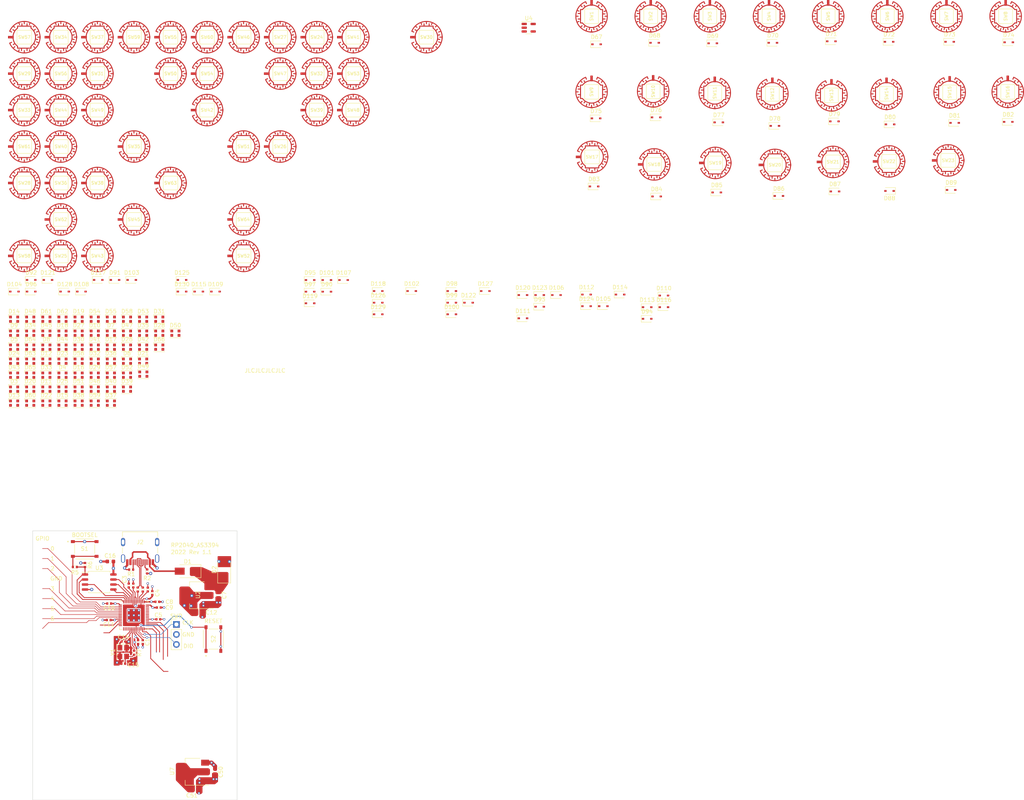
<source format=kicad_pcb>
(kicad_pcb (version 20211014) (generator pcbnew)
  (title_block (rev "1.1"))
  (layers (0 "F.Cu" signal) (1 "In1.Cu" power) (2 "In2.Cu" power) (31 "B.Cu" signal) (34 "B.Paste" user) (35 "F.Paste" user) (36 "B.SilkS" user "B.Silkscreen") (37 "F.SilkS" user "F.Silkscreen") (38 "B.Mask" user) (39 "F.Mask" user) (44 "Edge.Cuts" user))
  (net 0 "")
  (net 1 "+1V1")
  (net 2 "GND")
  (net 3 "+3V3")
  (net 4 "Net-(C7-Pad1)")
  (net 5 "/XIN")
  (net 6 "Net-(C15-Pad2)")
  (net 7 "unconnected-(U1-Pad11)")
  (net 8 "unconnected-(U1-Pad13)")
  (net 11 "unconnected-(U1-Pad27)")
  (net 12 "unconnected-(U1-Pad28)")
  (net 13 "Net-(D3-Pad2)")
  (net 14 "/LED_grid/DIN")
  (net 15 "Net-(D4-Pad2)")
  (net 16 "Net-(D5-Pad2)")
  (net 17 "Net-(D6-Pad2)")
  (net 18 "Net-(D7-Pad2)")
  (net 19 "Net-(D8-Pad2)")
  (net 20 "Net-(D10-Pad4)")
  (net 21 "/LED_grid/LED_ROW_1")
  (net 22 "Net-(D11-Pad2)")
  (net 23 "Net-(D12-Pad2)")
  (net 24 "Net-(D13-Pad2)")
  (net 25 "Net-(D14-Pad2)")
  (net 26 "Net-(D15-Pad2)")
  (net 27 "Net-(D16-Pad2)")
  (net 28 "Net-(D17-Pad2)")
  (net 29 "/LED_grid/LED_ROW_2")
  (net 30 "Net-(D19-Pad2)")
  (net 31 "Net-(D1-Pad2)")
  (net 32 "Net-(D20-Pad2)")
  (net 33 "Net-(D21-Pad2)")
  (net 34 "Net-(J1-Pad1)")
  (net 35 "Net-(J1-Pad3)")
  (net 36 "/USB_D-")
  (net 37 "/USB_D+")
  (net 38 "Net-(J2-PadA5)")
  (net 41 "Net-(J2-PadB5)")
  (net 42 "Net-(R3-Pad2)")
  (net 43 "Net-(R4-Pad2)")
  (net 44 "/~{USB_BOOT}")
  (net 45 "/QSPI_SS")
  (net 46 "/XOUT")
  (net 47 "Net-(D22-Pad2)")
  (net 48 "Net-(D23-Pad2)")
  (net 49 "Net-(D24-Pad2)")
  (net 50 "Net-(D25-Pad2)")
  (net 51 "/LED_grid/LED_ROW_3")
  (net 52 "Net-(D27-Pad2)")
  (net 53 "Net-(D28-Pad2)")
  (net 54 "Net-(D29-Pad2)")
  (net 55 "Net-(D30-Pad2)")
  (net 56 "Net-(D31-Pad2)")
  (net 57 "Net-(D32-Pad2)")
  (net 58 "Net-(D33-Pad2)")
  (net 59 "/LED_grid/LED_ROW_4")
  (net 60 "Net-(D35-Pad2)")
  (net 61 "Net-(D36-Pad2)")
  (net 62 "Net-(D37-Pad2)")
  (net 63 "Net-(D38-Pad2)")
  (net 64 "Net-(D39-Pad2)")
  (net 65 "Net-(D40-Pad2)")
  (net 66 "Net-(D41-Pad2)")
  (net 67 "/LED_grid/LED_ROW_5")
  (net 68 "Net-(D43-Pad2)")
  (net 69 "Net-(D44-Pad2)")
  (net 70 "/RUN")
  (net 75 "Net-(D45-Pad2)")
  (net 76 "Net-(D46-Pad2)")
  (net 77 "Net-(D47-Pad2)")
  (net 78 "Net-(D48-Pad2)")
  (net 79 "Net-(D49-Pad2)")
  (net 80 "/LED_grid/LED_ROW_6")
  (net 84 "/QSPI_SD3")
  (net 85 "/QSPI_SCLK")
  (net 86 "/QSPI_SD0")
  (net 87 "/QSPI_SD2")
  (net 88 "/QSPI_SD1")
  (net 93 "+5V")
  (net 94 "Net-(D51-Pad2)")
  (net 95 "Net-(D52-Pad2)")
  (net 96 "Net-(D53-Pad2)")
  (net 97 "Net-(D54-Pad2)")
  (net 98 "Net-(D55-Pad2)")
  (net 99 "Net-(D56-Pad2)")
  (net 100 "Net-(D57-Pad2)")
  (net 101 "/LED_grid/LED_ROW_7")
  (net 102 "Net-(D59-Pad2)")
  (net 103 "Net-(D60-Pad2)")
  (net 104 "Net-(D61-Pad2)")
  (net 105 "Net-(D62-Pad2)")
  (net 106 "Net-(D63-Pad2)")
  (net 107 "Net-(D64-Pad2)")
  (net 108 "Net-(D65-Pad2)")
  (net 110 "Net-(D67-Pad1)")
  (net 111 "/Button_Matrix/COL0")
  (net 112 "Net-(D68-Pad1)")
  (net 113 "/Button_Matrix/COL1")
  (net 114 "Net-(D69-Pad1)")
  (net 115 "/Button_Matrix/COL2")
  (net 116 "Net-(D70-Pad1)")
  (net 117 "/Button_Matrix/COL3")
  (net 118 "Net-(D71-Pad1)")
  (net 119 "/Button_Matrix/COL4")
  (net 120 "Net-(D72-Pad1)")
  (net 121 "/Button_Matrix/COL5")
  (net 122 "Net-(D73-Pad1)")
  (net 123 "/Button_Matrix/COL6")
  (net 124 "Net-(D74-Pad1)")
  (net 125 "/Button_Matrix/COL7")
  (net 126 "Net-(D75-Pad1)")
  (net 127 "Net-(D76-Pad1)")
  (net 128 "Net-(D77-Pad1)")
  (net 129 "Net-(D78-Pad1)")
  (net 130 "Net-(D79-Pad1)")
  (net 131 "Net-(D80-Pad1)")
  (net 132 "Net-(D81-Pad1)")
  (net 133 "Net-(D82-Pad1)")
  (net 134 "Net-(D83-Pad1)")
  (net 135 "Net-(D84-Pad1)")
  (net 136 "Net-(D85-Pad1)")
  (net 137 "Net-(D86-Pad1)")
  (net 138 "Net-(D87-Pad1)")
  (net 139 "Net-(D88-Pad1)")
  (net 140 "Net-(D89-Pad1)")
  (net 141 "Net-(D90-Pad1)")
  (net 142 "Net-(D91-Pad1)")
  (net 143 "Net-(D92-Pad1)")
  (net 144 "Net-(D93-Pad1)")
  (net 145 "Net-(D94-Pad1)")
  (net 146 "Net-(D95-Pad1)")
  (net 147 "Net-(D96-Pad1)")
  (net 148 "Net-(D97-Pad1)")
  (net 149 "Net-(D98-Pad1)")
  (net 150 "Net-(D99-Pad1)")
  (net 151 "Net-(D100-Pad1)")
  (net 152 "Net-(D101-Pad1)")
  (net 153 "Net-(D102-Pad1)")
  (net 154 "Net-(D103-Pad1)")
  (net 155 "Net-(D104-Pad1)")
  (net 156 "Net-(D105-Pad1)")
  (net 157 "Net-(D106-Pad1)")
  (net 158 "Net-(D107-Pad1)")
  (net 159 "Net-(D108-Pad1)")
  (net 160 "Net-(D109-Pad1)")
  (net 161 "Net-(D110-Pad1)")
  (net 162 "Net-(D111-Pad1)")
  (net 163 "Net-(D112-Pad1)")
  (net 164 "Net-(D113-Pad1)")
  (net 165 "Net-(D114-Pad1)")
  (net 166 "Net-(D115-Pad1)")
  (net 167 "Net-(D116-Pad1)")
  (net 168 "Net-(D117-Pad1)")
  (net 169 "Net-(D118-Pad1)")
  (net 170 "Net-(D119-Pad1)")
  (net 171 "Net-(D120-Pad1)")
  (net 172 "Net-(D121-Pad1)")
  (net 173 "Net-(D122-Pad1)")
  (net 174 "Net-(D123-Pad1)")
  (net 175 "Net-(D124-Pad1)")
  (net 176 "Net-(D125-Pad1)")
  (net 177 "Net-(D126-Pad1)")
  (net 178 "Net-(D127-Pad1)")
  (net 179 "Net-(D128-Pad1)")
  (net 180 "Net-(D129-Pad1)")
  (net 181 "Net-(D130-Pad1)")
  (net 182 "/Button_Matrix/ROW0")
  (net 183 "/Button_Matrix/ROW1")
  (net 184 "/Button_Matrix/ROW2")
  (net 185 "/Button_Matrix/ROW3")
  (net 186 "/Button_Matrix/ROW4")
  (net 187 "/Button_Matrix/ROW5")
  (net 188 "/Button_Matrix/ROW6")
  (net 189 "/Button_Matrix/ROW7")
  (net 190 "/LED_DATA")
  (footprint "Adafruit_4x4_Elastomer:MICROBUILDER_ELAST_PAD_SQUARE_10MM_4X4WIDE" (layer "F.Cu") (at 56.426 66.691)
    (fp_text reference "SW38")
    (fp_text value "SW_SPST")
  )
  (footprint "LED_SMD:LED_WS2812B-2020_PLCC4_2.0x2.0mm" (layer "F.Cu") (at 39.396 104.799)
    (fp_text reference "D34")
    (fp_text value "WS2812B")
  )
  (footprint "LED_SMD:LED_WS2812B-2020_PLCC4_2.0x2.0mm" (layer "F.Cu") (at 47.576 104.799)
    (fp_text reference "D18")
    (fp_text value "WS2812B")
  )
  (footprint "Adafruit_4x4_Elastomer:MICROBUILDER_ELAST_PAD_SQUARE_10MM_4X4WIDE" (layer "F.Cu") (at 102.776 38.941)
    (fp_text reference "SW47")
    (fp_text value "SW_SPST")
  )
  (footprint "Diode_SMD:D_SOD-323" (layer "F.Cu") (at 164.338 95.123)
    (fp_text reference "D120")
    (fp_text value "D_Small")
  )
  (footprint "LED_SMD:LED_WS2812B-2020_PLCC4_2.0x2.0mm" (layer "F.Cu") (at 55.756 118.999)
    (fp_text reference "D46")
    (fp_text value "WS2812B")
  )
  (footprint "LED_SMD:LED_WS2812B-2020_PLCC4_2.0x2.0mm" (layer "F.Cu") (at 63.936 115.449)
    (fp_text reference "D52")
    (fp_text value "WS2812B")
  )
  (footprint "Diode_SMD:D_SOD-323" (layer "F.Cu") (at 65.136 91.289)
    (fp_text reference "D103")
    (fp_text value "D_Small")
  )
  (footprint "Adafruit_4x4_Elastomer:MICROBUILDER_ELAST_PAD_SQUARE_10MM_4X4WIDE" (layer "F.Cu") (at 102.776 29.691)
    (fp_text reference "SW27")
    (fp_text value "SW_SPST")
  )
  (footprint "LED_SMD:LED_WS2812B-2020_PLCC4_2.0x2.0mm" (layer "F.Cu") (at 39.396 101.249)
    (fp_text reference "D48")
    (fp_text value "WS2812B")
  )
  (footprint "Capacitor_SMD:C_0402_1005Metric" (layer "F.Cu") (at 63.029445 183.036 180)
    (fp_text reference "C14")
    (fp_text value "30p")
  )
  (footprint "Diode_SMD:D_SOD-323" (layer "F.Cu") (at 212.471 31.242)
    (fp_text reference "D69")
    (fp_text value "D_Small")
  )
  (footprint "Adafruit_4x4_Elastomer:MICROBUILDER_ELAST_PAD_SQUARE_10MM_4X4WIDE" (layer "F.Cu") (at 121.316 29.691)
    (fp_text reference "SW41")
    (fp_text value "SW_SPST")
  )
  (footprint "Capacitor_SMD:C_0402_1005Metric" (layer "F.Cu") (at 71.618445 172.95449)
    (fp_text reference "C8")
    (fp_text value "100n")
  )
  (footprint "LED_SMD:LED_WS2812B-2020_PLCC4_2.0x2.0mm" (layer "F.Cu") (at 43.486 104.799)
    (fp_text reference "D45")
    (fp_text value "WS2812B")
  )
  (footprint "LED_SMD:LED_WS2812B-2020_PLCC4_2.0x2.0mm" (layer "F.Cu") (at 51.666 122.549)
    (fp_text reference "D38")
    (fp_text value "WS2812B")
  )
  (footprint "Diode_SMD:D_SOD-323" (layer "F.Cu") (at 154.804 94.107)
    (fp_text reference "D127")
    (fp_text value "D_Small")
  )
  (footprint "Adafruit_4x4_Elastomer:MICROBUILDER_ELAST_PAD_SQUARE_10MM_4X4WIDE" (layer "F.Cu") (at 93.506 57.441)
    (fp_text reference "SW51")
    (fp_text value "SW_SPST")
  )
  (footprint "Diode_SMD:D_SOD-323" (layer "F.Cu") (at 77.886 94.239)
    (fp_text reference "D130")
    (fp_text value "D_Small")
  )
  (footprint "Adafruit_4x4_Elastomer:MICROBUILDER_ELAST_PAD_SQUARE_10MM_4X4WIDE" (layer "F.Cu") (at 47.156 38.941)
    (fp_text reference "SW56")
    (fp_text value "SW_SPST")
  )
  (footprint "Diode_SMD:D_SOD-323" (layer "F.Cu") (at 180.467 94.996)
    (fp_text reference "D112")
    (fp_text value "D_Small")
  )
  (footprint "LED_SMD:LED_WS2812B-2020_PLCC4_2.0x2.0mm" (layer "F.Cu") (at 59.846 122.549)
    (fp_text reference "D37")
    (fp_text value "WS2812B")
  )
  (footprint "Capacitor_SMD:C_0402_1005Metric" (layer "F.Cu") (at 62.989445 188.656)
    (fp_text reference "C15")
    (fp_text value "30p")
  )
  (footprint "Diode_SMD:D_SOD-323" (layer "F.Cu") (at 242.547 30.734)
    (fp_text reference "D71")
    (fp_text value "D_Small")
  )
  (footprint "Adafruit_4x4_Elastomer:MICROBUILDER_ELAST_PAD_SQUARE_10MM_4X4WIDE" (layer "F.Cu") (at 112.046 29.691)
    (fp_text reference "SW24")
    (fp_text value "SW_SPST")
  )
  (footprint "footprints:SW_TS-1187A-B-A-B" (layer "F.Cu") (at 85.842445 182.414 90)
    (fp_text reference "S2")
    (fp_text value "TS-1187A-B-A-B")
  )
  (footprint "Adafruit_4x4_Elastomer:MICROBUILDER_ELAST_PAD_SQUARE_10MM_4X4WIDE" (layer "F.Cu") (at 121.316 38.941)
    (fp_text reference "SW53")
    (fp_text value "SW_SPST")
  )
  (footprint "LED_SMD:LED_WS2812B-2020_PLCC4_2.0x2.0mm" (layer "F.Cu") (at 59.846 108.349)
    (fp_text reference "D17")
    (fp_text value "WS2812B")
  )
  (footprint "LED_SMD:LED_WS2812B-2020_PLCC4_2.0x2.0mm" (layer "F.Cu") (at 39.396 118.999)
    (fp_text reference "D20")
    (fp_text value "WS2812B")
  )
  (footprint "Adafruit_4x4_Elastomer:MICROBUILDER_ELAST_PAD_SQUARE_10MM_4X4WIDE" (layer "F.Cu") (at 226.737 24.384 -90)
    (fp_text reference "SW4")
    (fp_text value "SW_SPST")
  )
  (footprint "LED_SMD:LED_WS2812B-2020_PLCC4_2.0x2.0mm" (layer "F.Cu") (at 35.306 101.249)
    (fp_text reference "D14")
    (fp_text value "WS2812B")
  )
  (footprint "Resistor_SMD:R_0402_1005Metric" (layer "F.Cu") (at 53.286445 163.618 -90)
    (fp_text reference "R6")
    (fp_text value "DNF")
  )
  (footprint "Resistor_SMD:R_0402_1005Metric" (layer "F.Cu") (at 69.029445 165.259 90)
    (fp_text reference "R2")
    (fp_text value "5.1k")
  )
  (footprint "Adafruit_4x4_Elastomer:MICROBUILDER_ELAST_PAD_SQUARE_10MM_4X4WIDE" (layer "F.Cu") (at 37.886 66.691)
    (fp_text reference "SW28")
    (fp_text value "SW_SPST")
  )
  (footprint "Package_TO_SOT_SMD:SOT-223-3_TabPin2" (layer "F.Cu") (at 81.708445 171.282 180)
    (fp_text reference "U2")
    (fp_text value "NCP1117-3.3_SOT223")
  )
  (footprint "LED_SMD:LED_WS2812B-2020_PLCC4_2.0x2.0mm" (layer "F.Cu") (at 35.306 118.999)
    (fp_text reference "D3")
    (fp_text value "WS2812B")
  )
  (footprint "footprints:HRO_TYPE-C-31-M-12" (layer "F.Cu") (at 67.251445 157.8085 180)
    (fp_text reference "J2")
    (fp_text value "TYPE-C-31-M-12")
  )
  (footprint "Adafruit_4x4_Elastomer:MICROBUILDER_ELAST_PAD_SQUARE_10MM_4X4WIDE" (layer "F.Cu") (at 102.776 57.441)
    (fp_text reference "SW26")
    (fp_text value "SW_SPST")
  )
  (footprint "Diode_SMD:D_SOD-323" (layer "F.Cu") (at 182.88 50.292)
    (fp_text reference "D75")
    (fp_text value "D_Small")
  )
  (footprint "LED_SMD:LED_WS2812B-2020_PLCC4_2.0x2.0mm" (layer "F.Cu") (at 35.306 111.899)
    (fp_text reference "D24")
    (fp_text value "WS2812B")
  )
  (footprint "LED_SMD:LED_WS2812B-2020_PLCC4_2.0x2.0mm" (layer "F.Cu") (at 51.666 101.249)
    (fp_text reference "D19")
    (fp_text value "WS2812B")
  )
  (footprint "Diode_SMD:D_SOD-323" (layer "F.Cu") (at 243.459 68.834)
    (fp_text reference "D87")
    (fp_text value "D_Small")
  )
  (footprint "Diode_SMD:D_SOD-323" (layer "F.Cu") (at 273.812 51.435)
    (fp_text reference "D81")
    (fp_text value "D_Small")
  )
  (footprint "LED_SMD:LED_WS2812B-2020_PLCC4_2.0x2.0mm" (layer "F.Cu") (at 39.396 122.549)
    (fp_text reference "D60")
    (fp_text value "WS2812B")
  )
  (footprint "LED_SMD:LED_WS2812B-2020_PLCC4_2.0x2.0mm" (layer "F.Cu") (at 51.666 104.799)
    (fp_text reference "D27")
    (fp_text value "WS2812B")
  )
  (footprint "Adafruit_4x4_Elastomer:MICROBUILDER_ELAST_PAD_SQUARE_10MM_4X4WIDE" (layer "F.Cu") (at 242.951 61.341)
    (fp_text reference "SW21")
    (fp_text value "SW_SPST")
  )
  (footprint "LED_SMD:LED_WS2812B-2020_PLCC4_2.0x2.0mm" (layer "F.Cu") (at 63.936 104.799)
    (fp_text reference "D47")
    (fp_text value "WS2812B")
  )
  (footprint "LED_SMD:LED_WS2812B-2020_PLCC4_2.0x2.0mm" (layer "F.Cu") (at 68.026 104.799)
    (fp_text reference "D35")
    (fp_text value "WS2812B")
  )
  (footprint "Adafruit_4x4_Elastomer:MICROBUILDER_ELAST_PAD_SQUARE_10MM_4X4WIDE" (layer "F.Cu") (at 65.696 29.691)
    (fp_text reference "SW59")
    (fp_text value "SW_SPST")
  )
  (footprint "Crystal:Crystal_SMD_3225-4Pin_3.2x2.5mm" (layer "F.Cu") (at 62.982445 185.716 -90)
    (fp_text reference "Y1")
    (fp_text value "X322512MSB4SI")
  )
  (footprint "LED_SMD:LED_WS2812B-2020_PLCC4_2.0x2.0mm" (layer "F.Cu") (at 59.846 118.999)
    (fp_text reference "D40")
    (fp_text value "WS2812B")
  )
  (footprint "Diode_SMD:D_SOD-323" (layer "F.Cu") (at 182.372 67.564)
    (fp_text reference "D83")
    (fp_text value "D_Small")
  )
  (footprint "LED_SMD:LED_WS2812B-2020_PLCC4_2.0x2.0mm" (layer "F.Cu") (at 47.576 118.999)
    (fp_text reference "D25")
    (fp_text value "WS2812B")
  )
  (footprint "Adafruit_4x4_Elastomer:MICROBUILDER_ELAST_PAD_SQUARE_10MM_4X4WIDE" (layer "F.Cu") (at 65.696 57.441)
    (fp_text reference "SW35")
    (fp_text value "SW_SPST")
  )
  (footprint "Diode_SMD:D_SOD-323" (layer "F.Cu") (at 114.613 91.313)
    (fp_text reference "D101")
    (fp_text value "D_Small")
  )
  (footprint "Adafruit_4x4_Elastomer:MICROBUILDER_ELAST_PAD_SQUARE_10MM_4X4WIDE" (layer "F.Cu") (at 272.161 60.96)
    (fp_text reference "SW23")
    (fp_text value "SW_SPST")
  )
  (footprint "Adafruit_4x4_Elastomer:MICROBUILDER_ELAST_PAD_SQUARE_10MM_4X4WIDE" (layer "F.Cu") (at 74.966 66.691)
    (fp_text reference "SW63")
    (fp_text value "SW_SPST")
  )
  (footprint "Adafruit_4x4_Elastomer:MICROBUILDER_ELAST_PAD_SQUARE_10MM_4X4WIDE" (layer "F.Cu") (at 47.156 85.191)
    (fp_text reference "SW25")
    (fp_text value "SW_SPST")
  )
  (footprint "Diode_SMD:D_SOD-323" (layer "F.Cu") (at 172.838 95.123)
    (fp_text reference "D106")
    (fp_text value "D_Small")
  )
  (footprint "Adafruit_4x4_Elastomer:MICROBUILDER_ELAST_PAD_SQUARE_10MM_4X4WIDE" (layer "F.Cu") (at 84.236 29.691)
    (fp_text reference "SW60")
    (fp_text value "SW_SPST")
  )
  (footprint "Adafruit_4x4_Elastomer:MICROBUILDER_ELAST_PAD_SQUARE_10MM_4X4WIDE" (layer "F.Cu") (at 227.584 44.069 -90)
    (fp_text reference "SW12")
    (fp_text value "SW_SPST")
  )
  (footprint "Adafruit_4x4_Elastomer:MICROBUILDER_ELAST_PAD_SQUARE_10MM_4X4WIDE" (layer "F.Cu") (at 74.966 29.691)
    (fp_text reference "SW55")
    (fp_text value "SW_SPST")
  )
  (footprint "LED_SMD:LED_WS2812B-2020_PLCC4_2.0x2.0mm" (layer "F.Cu") (at 59.846 101.249)
    (fp_text reference "D55")
    (fp_text value "WS2812B")
  )
  (footprint "Diode_SMD:D_SOD-323" (layer "F.Cu") (at 43.886 91.289)
    (fp_text reference "D121")
    (fp_text value "D_Small")
  )
  (footprint "LED_SMD:LED_WS2812B-2020_PLCC4_2.0x2.0mm" (layer "F.Cu") (at 55.756 111.899)
    (fp_text reference "D32")
    (fp_text value "WS2812B")
  )
  (footprint "Diode_SMD:D_SOD-323" (layer "F.Cu") (at 114.613 94.263)
    (fp_text reference "D90")
    (fp_text value "D_Small")
  )
  (footprint "Diode_SMD:D_SOD-323" (layer "F.Cu") (at 195.834 98.2)
    (fp_text reference "D113")
    (fp_text value "D_Small")
  )
  (footprint "Diode_SMD:D_SOD-323" (layer "F.Cu") (at 164.338 101.023)
    (fp_text reference "D111")
    (fp_text value "D_Small")
  )
  (footprint "Adafruit_4x4_Elastomer:MICROBUILDER_ELAST_PAD_SQUARE_10MM_4X4WIDE" (layer "F.Cu") (at 65.696 75.941)
    (fp_text reference "SW45")
    (fp_text value "SW_SPST")
  )
  (footprint "Diode_SMD:D_SOD-323" (layer "F.Cu") (at 77.886 91.289)
    (fp_text reference "D125")
    (fp_text value "D_Small")
  )
  (footprint "Adafruit_4x4_Elastomer:MICROBUILDER_ELAST_PAD_SQUARE_10MM_4X4WIDE" (layer "F.Cu") (at 242.57 44.45 -90)
    (fp_text reference "SW13")
    (fp_text value "SW_SPST")
  )
  (footprint "Diode_SMD:D_SOD-323" (layer "F.Cu") (at 146.304 100.007)
    (fp_text reference "D100")
    (fp_text value "D_Small")
  )
  (footprint "Diode_SMD:D_SOD-323" (layer "F.Cu") (at 146.304 97.057)
    (fp_text reference "D99")
    (fp_text value "D_Small")
  )
  (footprint "Diode_SMD:D_SMA" (layer "F.Cu") (at 88.566445 164.805 90)
    (fp_text reference "D2")
    (fp_text value "D_Schottky")
  )
  (footprint "Adafruit_4x4_Elastomer:MICROBUILDER_ELAST_PAD_SQUARE_10MM_4X4WIDE" (layer "F.Cu") (at 37.886 29.691)
    (fp_text reference "SW57")
    (fp_text value "SW_SPST")
  )
  (footprint "Diode_SMD:D_SOD-323" (layer "F.Cu") (at 200.084 95.25)
    (fp_text reference "D110")
    (fp_text value "D_Small")
  )
  (footprint "Adafruit_4x4_Elastomer:MICROBUILDER_ELAST_PAD_SQUARE_10MM_4X4WIDE" (layer "F.Cu") (at 93.506 85.191)
    (fp_text reference "SW52")
    (fp_text value "SW_SPST")
  )
  (footprint "Diode_SMD:D_SOD-323" (layer "F.Cu") (at 257.429 51.816)
    (fp_text reference "D80")
    (fp_text value "D_Small")
  )
  (footprint "Adafruit_4x4_Elastomer:MICROBUILDER_ELAST_PAD_SQUARE_10MM_4X4WIDE" (layer "F.Cu") (at 181.737 43.561 -90)
    (fp_text reference "SW9")
    (fp_text value "SW_SPST")
  )
  (footprint "LED_SMD:LED_WS2812B-2020_PLCC4_2.0x2.0mm" (layer "F.Cu") (at 43.486 108.349)
    (fp_text reference "D8")
    (fp_text value "WS2812B")
  )
  (footprint "Diode_SMD:D_SOD-323" (layer "F.Cu") (at 39.636 94.239)
    (fp_text reference "D96")
    (fp_text value "D_Small")
  )
  (footprint "Diode_SMD:D_SOD-323" (layer "F.Cu") (at 150.554 97.057)
    (fp_text reference "D122")
    (fp_text value "D_Small")
  )
  (footprint "Diode_SMD:D_SOD-323" (layer "F.Cu") (at 127.635 94.107)
    (fp_text reference "D118")
    (fp_text value "D_Small")
  )
  (footprint "Adafruit_4x4_Elastomer:MICROBUILDER_ELAST_PAD_SQUARE_10MM_4X4WIDE" (layer "F.Cu") (at 271.737 24.384 -90)
    (fp_text reference "SW7")
    (fp_text value "SW_SPST")
  )
  (footprint "Diode_SMD:D_SOD-323" (layer "F.Cu") (at 257.175 30.861)
    (fp_text reference "D72")
    (fp_text value "D_Small")
  )
  (footprint "Diode_SMD:D_SOD-323" (layer "F.Cu") (at 168.588 95.123)
    (fp_text reference "D123")
    (fp_text value "D_Small")
  )
  (footprint "LED_SMD:LED_WS2812B-2020_PLCC4_2.0x2.0mm" (layer "F.Cu") (at 51.666 118.999)
    (fp_text reference "D51")
    (fp_text value "WS2812B")
  )
  (footprint "Adafruit_4x4_Elastomer:MICROBUILDER_ELAST_PAD_SQUARE_10MM_4X4WIDE" (layer "F.Cu") (at 272.542 43.688 -90)
    (fp_text reference "SW15")
    (fp_text value "SW_SPST")
  )
  (footprint "Capacitor_SMD:C_0603_1608Metric" (layer "F.Cu") (at 82.159445 175.683)
    (fp_text reference "C12")
    (fp_text value "10u")
  )
  (footprint "Adafruit_4x4_Elastomer:MICROBUILDER_ELAST_PAD_SQUARE_10MM_4X4WIDE" (layer "F.Cu") (at 37.886 38.941)
    (fp_text reference "SW29")
    (fp_text value "SW_SPST")
  )
  (footprint "Package_SO:SOIC-8_5.23x5.23mm_P1.27mm" (layer "F.Cu") (at 56.886445 167.936)
    (fp_text reference "U3")
    (fp_text value "W25Q128JVS")
  )
  (footprint "Package_TO_SOT_SMD:SOT-23-5" (layer "F.Cu") (at 165.796 27.289)
    (fp_text reference "U4")
    (fp_text value "74AHCT1G125")
  )
  (footprint "Diode_SMD:D_SOD-323" (layer "F.Cu") (at 180.467 97.946)
    (fp_text reference "D124")
    (fp_text value "D_Small")
  )
  (footprint "LED_SMD:LED_WS2812B-2020_PLCC4_2.0x2.0mm" (layer "F.Cu") (at 59.846 104.799)
    (fp_text reference "D7")
    (fp_text value "WS2812B")
  )
  (footprint "Diode_SMD:D_SOD-323" (layer "F.Cu") (at 229.235 69.977)
    (fp_text reference "D86")
    (fp_text value "D_Small")
  )
  (footprint "Diode_SMD:D_SOD-323" (layer "F.Cu") (at 136.135 94.107)
    (fp_text reference "D102")
    (fp_text value "D_Small")
  )
  (footprint "Diode_SMD:D_SOD-323" (layer "F.Cu") (at 287.528 30.988)
    (fp_text reference "D74")
    (fp_text value "D_Small")
  )
  (footprint "LED_SMD:LED_WS2812B-2020_PLCC4_2.0x2.0mm" (layer "F.Cu") (at 63.936 118.999)
    (fp_text reference "D39")
    (fp_text value "WS2812B")
  )
  (footprint "Resistor_SMD:R_0402_1005Metric" (layer "F.Cu") (at 66.665445 169.841 -90)
    (fp_text reference "R3" hide)
    (fp_text value "27r4")
  )
  (footprint "Diode_SMD:D_SOD-323" (layer "F.Cu") (at 198.247 70.104)
    (fp_text reference "D84")
    (fp_text value "D_Small")
  )
  (footprint "Adafruit_4x4_Elastomer:MICROBUILDER_ELAST_PAD_SQUARE_10MM_4X4WIDE" (layer "F.Cu") (at 213.106 61.595)
    (fp_text reference "SW19")
    (fp_text value "SW_SPST")
  )
  (footprint "LED_SMD:LED_WS2812B-2020_PLCC4_2.0x2.0mm" (layer "F.Cu") (at 63.936 101.249)
    (fp_text reference "D58")
    (fp_text value "WS2812B")
  )
  (footprint "Adafruit_4x4_Elastomer:MICROBUILDER_ELAST_PAD_SQUARE_10MM_4X4WIDE" (layer "F.Cu") (at 212.979 43.815 -90)
    (fp_text reference "SW11")
    (fp_text value "SW_SPST")
  )
  (footprint "Adafruit_4x4_Elastomer:MICROBUILDER_ELAST_PAD_SQUARE_10MM_4X4WIDE" (layer "F.Cu") (at 47.156 75.941)
    (fp_text reference "SW62")
    (fp_text value "SW_SPST")
  )
  (footprint "Diode_SMD:D_SOD-323" (layer "F.Cu") (at 198.12 50.038)
    (fp_text reference "D76")
    (fp_text value "D_Small")
  )
  (footprint "LED_SMD:LED_WS2812B-2020_PLCC4_2.0x2.0mm" (layer "F.Cu") (at 68.072 115.189)
    (fp_text reference "D49")
    (fp_text value "WS2812B")
  )
  (footprint "Diode_SMD:D_SOD-323" (layer "F.Cu") (at 52.386 94.239)
    (fp_text reference "D108")
    (fp_text value "D_Small")
  )
  (footprint "LED_SMD:LED_WS2812B-2020_PLCC4_2.0x2.0mm" (layer "F.Cu") (at 68.026 108.349)
    (fp_text reference "D42")
    (fp_text value "WS2812B")
  )
  (footprint "Diode_SMD:D_SOD-323" (layer "F.Cu") (at 118.863 91.313)
    (fp_text reference "D107")
    (fp_text value "D_Small")
  )
  (footprint "Adafruit_4x4_Elastomer:MICROBUILDER_ELAST_PAD_SQUARE_10MM_4X4WIDE" (layer "F.Cu") (at 47.156 57.441)
    (fp_text reference "SW40")
    (fp_text value "SW_SPST")
  )
  (footprint "Diode_SMD:D_SOD-323" (layer "F.Cu") (at 228.219 52.197)
    (fp_text reference "D78")
    (fp_text value "D_Small")
  )
  (footprint "Adafruit_4x4_Elastomer:MICROBUILDER_ELAST_PAD_SQUARE_10MM_4X4WIDE" (layer "F.Cu") (at 196.737 24.384 -90)
    (fp_text reference "SW2")
    (fp_text value "SW_SPST")
  )
  (footprint "Adafruit_4x4_Elastomer:MICROBUILDER_ELAST_PAD_SQUARE_10MM_4X4WIDE" (layer "F.Cu") (at 84.236 48.191)
    (fp_text reference "SW42")
    (fp_text value "SW_SPST")
  )
  (footprint "Adafruit_4x4_Elastomer:MICROBUILDER_ELAST_PAD_SQUARE_10MM_4X4WIDE" (layer "F.Cu") (at 211.737 24.384 -90)
    (fp_text reference "SW3")
    (fp_text value "SW_SPST")
  )
  (footprint "Connector_PinHeader_2.54mm:PinHeader_1x03_P2.54mm_Vertical" (layer "F.Cu") (at 76.459445 178.701)
    (fp_text reference "J1" hide)
    (fp_text value "Conn_01x03")
  )
  (footprint "LED_SMD:LED_WS2812B-2020_PLCC4_2.0x2.0mm" (layer "F.Cu") (at 47.576 115.449)
    (fp_text reference "D4")
    (fp_text value "WS2812B")
  )
  (footprint "Adafruit_4x4_Elastomer:MICROBUILDER_ELAST_PAD_SQUARE_10MM_4X4WIDE" (layer "F.Cu") (at 56.426 85.191)
    (fp_text reference "SW43")
    (fp_text value "SW_SPST")
  )
  (footprint "LED_SMD:LED_WS2812B-2020_PLCC4_2.0x2.0mm" (layer "F.Cu") (at 47.576 108.349)
    (fp_text reference "D44")
    (fp_text value "WS2812B")
  )
  (footprint "Capacitor_SMD:C_0402_1005Metric" (layer "F.Cu") (at 70.348445 170.73 90)
    (fp_text reference "C4")
    (fp_text value "100n")
  )
  (footprint "LED_SMD:LED_WS2812B-2020_PLCC4_2.0x2.0mm" (layer "F.Cu") (at 76.206 104.799)
    (fp_text reference "D50")
    (fp_text value "WS2812B")
  )
  (footprint "Capacitor_SMD:C_0603_1608Metric" (layer "F.Cu") (at 81.295845 220.4972)
    (fp_text reference "C51")
    (fp_text value "10u")
  )
  (footprint "LED_SMD:LED_WS2812B-2020_PLCC4_2.0x2.0mm" (layer "F.Cu") (at 55.756 101.249)
    (fp_text reference "D54")
    (fp_text value "WS2812B")
  )
  (footprint "Adafruit_4x4_Elastomer:MICROBUILDER_ELAST_PAD_SQUARE_10MM_4X4WIDE" (layer "F.Cu") (at 181.737 24.384 -90)
    (fp_text reference "SW1")
    (fp_text value "SW_SPST")
  )
  (footprint "Diode_SMD:D_SOD-323" (layer "F.Cu") (at 60.886 91.289)
    (fp_text reference "D91")
    (fp_text value "D_Small")
  )
  (footprint "Capacitor_SMD:C_0402_1005Metric" (layer "F.Cu") (at 65.522445 168.825 90)
    (fp_text reference "C6" hide)
    (fp_text value "100n")
  )
  (footprint "Adafruit_4x4_Elastomer:MICROBUILDER_ELAST_PAD_SQUARE_10MM_4X4WIDE" (layer "F.Cu") (at 287.274 43.561 -90)
    (fp_text reference "SW16")
    (fp_text value "SW_SPST")
  )
  (footprint "Diode_SMD:D_SMA" (layer "F.Cu") (at 79.295445 165.186 180)
    (fp_text reference "D1")
    (fp_text value "D_Schottky")
  )
  (footprint "LED_SMD:LED_WS2812B-2020_PLCC4_2.0x2.0mm" (layer "F.Cu") (at 39.396 111.899)
    (fp_text reference "D63")
    (fp_text value "WS2812B")
  )
  (footprint "LED_SMD:LED_WS2812B-2020_PLCC4_2.0x2.0mm" (layer "F.Cu") (at 35.306 108.349)
    (fp_text reference "D5")
    (fp_text value "WS2812B")
  )
  (footprint "Resistor_SMD:R_0402_1005Metric" (layer "F.Cu") (at 64.984445 164.796)
    (fp_text reference "R1")
    (fp_text value "5.1k")
  )
  (footprint "LED_SMD:LED_WS2812B-2020_PLCC4_2.0x2.0mm" (layer "F.Cu") (at 72.116 101.249)
    (fp_text reference "D31")
    (fp_text value "WS2812B")
  )
  (footprint "Diode_SMD:D_SOD-323" (layer "F.Cu") (at 200.084 98.2)
    (fp_text reference "D116")
    (fp_text value "D_Small")
  )
  (footprint "Diode_SMD:D_SOD-323" (layer "F.Cu") (at 110.363 94.263)
    (fp_text reference "D97")
    (fp_text value "D_Small")
  )
  (footprint "Adafruit_4x4_Elastomer:MICROBUILDER_ELAST_PAD_SQUARE_10MM_4X4WIDE" (layer "F.Cu") (at 256.737 24.384 -90)
    (fp_text reference "SW6")
    (fp_text value "SW_SPST")
  )
  (footprint "LED_SMD:LED_WS2812B-2020_PLCC4_2.0x2.0mm" (layer "F.Cu") (at 63.936 111.899)
    (fp_text reference "D6")
    (fp_text value "WS2812B")
  )
  (footprint "LED_SMD:LED_WS2812B-2020_PLCC4_2.0x2.0mm" (layer "F.Cu") (at 72.116 104.799)
    (fp_text reference "D28")
    (fp_text value "WS2812B")
  )
  (footprint "Capacitor_SMD:C_0402_1005Metric" (layer "F.Cu") (at 69.205445 169.841 90)
    (fp_text reference "C2" hide)
    (fp_text value "1u")
  )
  (footprint "Adafruit_4x4_Elastomer:MICROBUILDER_ELAST_PAD_SQUARE_10MM_4X4WIDE" (layer "F.Cu") (at 47.156 29.691)
    (fp_text reference "SW34")
    (fp_text value "SW_SPST")
  )
  (footprint "LED_SMD:LED_WS2812B-2020_PLCC4_2.0x2.0mm" (layer "F.Cu") (at 55.756 122.549)
    (fp_text reference "D59")
    (fp_text value "WS2812B")
  )
  (footprint "Adafruit_4x4_Elastomer:MICROBUILDER_ELAST_PAD_SQUARE_10MM_4X4WIDE" (layer "F.Cu") (at 181.864 60.071)
    (fp_text reference "SW17")
    (fp_text value "SW_SPST")
  )
  (footprint "LED_SMD:LED_WS2812B-2020_PLCC4_2.0x2.0mm" (layer "F.Cu") (at 72.116 108.349)
    (fp_text reference "D66")
    (fp_text value "WS2812B")
  )
  (footprint "Capacitor_SMD:C_0402_1005Metric" (layer "F.Cu") (at 59.398445 173.397 180)
    (fp_text reference "C10")
    (fp_text value "100n")
  )
  (footprint "Diode_SMD:D_SOD-323" (layer "F.Cu") (at 82.136 94.239)
    (fp_text reference "D115")
    (fp_text value "D_Small")
  )
  (footprint "LED_SMD:LED_WS2812B-2020_PLCC4_2.0x2.0mm" (layer "F.Cu") (at 55.756 115.449)
    (fp_text reference "D29")
    (fp_text value "WS2812B")
  )
  (footprint "Diode_SMD:D_SOD-323" (layer "F.Cu") (at 110.363 97.213)
    (fp_text reference "D119")
    (fp_text value "D_Small")
  )
  (footprint "LED_SMD:LED_WS2812B-2020_PLCC4_2.0x2.0mm" (layer "F.Cu") (at 51.666 111.899)
    (fp_text reference "D56")
    (fp_text value "WS2812B")
  )
  (footprint "Package_DFN_QFN:QFN-56-1EP_7x7mm_P0.4mm_EP3.2x3.2mm" (layer "F.Cu") (at 65.667454 176.39199)
    (fp_text reference "U1" hide)
    (fp_text value "RP2040")
  )
  (footprint "Adafruit_4x4_Elastomer:MICROBUILDER_ELAST_PAD_SQUARE_10MM_4X4WIDE" (layer "F.Cu") (at 139.856 29.691)
    (fp_text reference "SW30")
    (fp_text value "SW_SPST")
  )
  (footprint "LED_SMD:LED_WS2812B-2020_PLCC4_2.0x2.0mm" (layer "F.Cu") (at 35.306 122.549)
    (fp_text reference "D13")
    (fp_text value "WS2812B")
  )
  (footprint "Diode_SMD:D_SOD-323" (layer "F.Cu") (at 168.588 98.073)
    (fp_text reference "D93")
    (fp_text value "D_Small")
  )
  (footprint "Resistor_SMD:R_0402_1005Metric" (layer "F.Cu") (at 67.935445 169.841 -90)
    (fp_text reference "R4" hide)
    (fp_text value "27r4")
  )
  (footprint "Diode_SMD:D_SOD-323" (layer "F.Cu") (at 35.386 94.239)
    (fp_text reference "D104")
    (fp_text value "D_Small")
  )
  (footprint "LED_SMD:LED_WS2812B-2020_PLCC4_2.0x2.0mm" (layer "F.Cu") (at 43.486 115.449)
    (fp_text reference "D33")
    (fp_text value "WS2812B")
  )
  (footprint "Adafruit_4x4_Elastomer:MICROBUILDER_ELAST_PAD_SQUARE_10MM_4X4WIDE" (layer "F.Cu") (at 47.156 48.191)
    (fp_text reference "SW44")
    (fp_text value "SW_SPST")
  )
  (footprint "Diode_SMD:D_SOD-323" (layer "F.Cu") (at 227.711 31.115)
    (fp_text reference "D70")
    (fp_text value "D_Small")
  )
  (footprint "Diode_SMD:D_SOD-323" (layer "F.Cu") (at 243.332 51.054)
    (fp_text reference "D79")
    (fp_text value "D_Small")
  )
  (footprint "Diode_SMD:D_SOD-323" (layer "F.Cu") (at 48.136 94.239)
    (fp_text reference "D128")
    (fp_text value "D_Small")
  )
  (footprint "Adafruit_4x4_Elastomer:MICROBUILDER_ELAST_PAD_SQUARE_10MM_4X4WIDE" (layer "F.Cu") (at 74.966 38.941)
    (fp_text reference "SW50")
    (fp_text value "SW_SPST")
  )
  (footprint "Diode_SMD:D_SOD-323" (layer "F.Cu") (at 213.487 69.088)
    (fp_text reference "D85")
    (fp_text value "D_Small")
  )
  (footprint "Diode_SMD:D_SOD-323" (layer "F.Cu") (at 184.717 97.946)
    (fp_text reference "D105")
    (fp_text value "D_Small")
  )
  (footprint "LED_SMD:LED_WS2812B-2020_PLCC4_2.0x2.0mm" (layer "F.Cu") (at 47.576 111.899)
    (fp_text reference "D23")
    (fp_text value "WS2812B")
  )
  (footprint "Capacitor_SMD:C_0402_1005Metric" (layer "F.Cu") (at 67.935445 183.176 -90)
    (fp_text reference "C1")
    (fp_text value "100n")
  )
  (footprint "Capacitor_SMD:C_0402_1005Metric" (layer "F.Cu") (at 66.739445 183.176 -90)
    (fp_text reference "C13" hide)
    (fp_text value "100n")
  )
  (footprint "LED_SMD:LED_WS2812B-2020_PLCC4_2.0x2.0mm" (layer "F.Cu") (at 55.756 108.349)
    (fp_text reference "D41")
    (fp_text value "WS2812B")
  )
  (footprint "Adafruit_4x4_Elastomer:MICROBUILDER_ELAST_PAD_SQUARE_10MM_4X4WIDE" (layer "F.Cu") (at 256.54 44.069 -90)
    (fp_text reference "SW14")
    (fp_text value "SW_SPST")
  )
  (footprint "Diode_SMD:D_SOD-323" (layer "F.Cu") (at 272.542 30.861)
    (fp_text reference "D73")
    (fp_text value "D_Small")
  )
  (footprint "Adafruit_4x4_Elastomer:MICROBUILDER_ELAST_PAD_SQUARE_10MM_4X4WIDE" (layer "F.Cu") (at 241.737 24.384 -90)
    (fp_text reference "SW5")
    (fp_text value "SW_SPST")
  )
  (footprint "Adafruit_4x4_Elastomer:MICROBUILDER_ELAST_PAD_SQUARE_10MM_4X4WIDE" (layer "F.Cu") (at 197.612 61.976)
    (fp_text reference "SW18")
    (fp_text value "SW_SPST")
  )
  (footprint "LED_SMD:LED_WS2812B-2020_PLCC4_2.0x2.0mm" (layer "F.Cu") (at 68.026 101.249)
    (fp_text reference "D53")
    (fp_text value "WS2812B")
  )
  (footprint "Adafruit_4x4_Elastomer:MICROBUILDER_ELAST_PAD_SQUARE_10MM_4X4WIDE" (layer "F.Cu") (at 37.886 57.441)
    (fp_text reference "SW61")
    (fp_text value "SW_SPST")
  )
  (footprint "Capacitor_SMD:C_0603_1608Metric" (layer "F.Cu") (at 59.711445 162.729 180)
    (fp_text reference "C16")
    (fp_text value "100n")
  )
  (footprint "LED_SMD:LED_WS2812B-2020_PLCC4_2.0x2.0mm" (layer "F.Cu") (at 68.026 111.899)
    (fp_text reference "D21")
    (fp_text value "WS2812B")
  )
  (footprint "Package_TO_SOT_SMD:SOT-223-3_TabPin2" (layer "F.Cu") (at 80.584645 216.0776 180)
    (fp_text reference "U7")
    (fp_text value "NCP1117-5.0_SOT223")
  )
  (footprint "LED_SMD:LED_WS2812B-2020_PLCC4_2.0x2.0mm" (layer "F.Cu") (at 35.306 115.449)
    (fp_text reference "D43")
    (fp_text value "WS2812B")
  )
  (footprint "LED_SMD:LED_WS2812B-2020_PLCC4_2.0x2.0mm" (layer "F.Cu") (at 63.936 108.349)
    (fp_text reference "D26")
    (fp_text value "WS2812B")
  )
  (footprint "LED_SMD:LED_WS2812B-2020_PLCC4_2.0x2.0mm" (layer "F.Cu") (at 43.486 122.549)
    (fp_text reference "D22")
    (fp_text value "WS2812B")
  )
  (footprint "Adafruit_4x4_Elastomer:MICROBUILDER_ELAST_PAD_SQUARE_10MM_4X4WIDE" (layer "F.Cu") (at 37.886 48.191)
    (fp_text reference "SW33")
    (fp_text value "SW_SPST")
  )
  (footprint "Adafruit_4x4_Elastomer:MICROBUILDER_ELAST_PAD_SQUARE_10MM_4X4WIDE" (layer "F.Cu") (at 84.236 38.941)
    (fp_text reference "SW54")
    (fp_text value "SW_SPST")
  )
  (footprint "Diode_SMD:D_SOD-323" (layer "F.Cu") (at 127.635 97.057)
    (fp_text reference "D126")
    (fp_text value "D_Small")
  )
  (footprint "Diode_SMD:D_SOD-323" (layer "F.Cu") (at 272.923 68.453)
    (fp_text reference "D89")
    (fp_text value "D_Small")
  )
  (footprint "Capacitor_SMD:C_0402_1005Metric" (layer "F.Cu") (at 59.299445 177.588 180)
    (fp_text reference "C11")
    (fp_text value "100n")
  )
  (footprint "Adafruit_4x4_Elastomer:MICROBUILDER_ELAST_PAD_SQUARE_10MM_4X4WIDE" (layer "F.Cu") (at 257.175 61.214)
    (fp_text reference "SW22")
    (fp_text value "SW_SPST")
  )
  (footprint "LED_SMD:LED_WS2812B-2020_PLCC4_2.0x2.0mm" (layer "F.Cu") (at 35.306 104.799)
    (fp_text reference "D9")
    (fp_text value "WS2812B")
  )
  (footprint "Capacitor_SMD:C_0402_1005Metric" (layer "F.Cu") (at 71.872445 177.392)
    (fp_text reference "C5")
    (fp_text value "1u")
  )
  (footprint "Adafruit_4x4_Elastomer:MICROBUILDER_ELAST_PAD_SQUARE_10MM_4X4WIDE" (layer "F.Cu") (at 197.358 43.434 -90)
    (fp_text reference "SW10")
    (fp_text value "SW_SPST")
  )
  (footprint "Diode_SMD:D_SOD-323" (layer "F.Cu") (at 213.995 51.308)
    (fp_text reference "D77")
    (fp_text value "D_Small")
  )
  (footprint "Capacitor_SMD:C_0402_1005Metric" (layer "F.Cu") (at 71.999445 174.413)
    (fp_text reference "C9")
    (fp_text value "100n")
  )
  (footprint "LED_SMD:LED_WS2812B-2020_PLCC4_2.0x2.0mm" (layer "F.Cu") (at 39.396 115.449)
    (fp_text reference "D65")
    (fp_text value "WS2812B")
  )
  (footprint "LED_SMD:LED_WS2812B-2020_PLCC4_2.0x2.0mm" (layer "F.Cu") (at 51.666 108.349)
    (fp_text reference "D30")
    (fp_text value "WS2812B")
  )
  (footprint "Diode_SMD:D_SOD-323" (layer "F.Cu") (at 195.834 101.15)
    (fp_text reference "D94")
    (fp_text value "D_Small")
  )
  (footprint "Diode_SMD:D_SOD-323" (layer "F.Cu") (at 183.007 31.496)
    (fp_text reference "D67")
    (fp_text value "D_Small")
  )
  (footprint "Diode_SMD:D_SOD-323" (layer "F.Cu") (at 110.363 91.313)
    (fp_text reference "D95")
    (fp_text value "D_Small")
  )
  (footprint "Adafruit_4x4_Elastomer:MICROBUILDER_ELAST_PAD_SQUARE_10MM_4X4WIDE" (layer "F.Cu") (at 112.046 38.941)
    (fp_text reference "SW32")
    (fp_text value "SW_SPST")
  )
  (footprint "Diode_SMD:D_SOD-323" (layer "F.Cu") (at 197.739 31.115)
    (fp_text reference "D68")
    (fp_text value "D_Small")
  )
  (footprint "LED_SMD:LED_WS2812B-2020_PLCC4_2.0x2.0mm" (layer "F.Cu") (at 43.486 111.899)
    (fp_text reference "D12")
    (fp_text value "WS2812B")
  )
  (footprint "Adafruit_4x4_Elastomer:MICROBUILDER_ELAST_PAD_SQUARE_10MM_4X4WIDE" (layer "F.Cu") (at 121.316 48.191)
    (fp_text reference "SW48")
    (fp_text value "SW_SPST")
  )
  (footprint "LED_SMD:LED_WS2812B-2020_PLCC4_2.0x2.0mm" (layer "F.Cu") (at 55.756 104.799)
    (fp_text reference "D10")
    (fp_text value "WS2812B")
  )
  (footprint "Capacitor_SMD:C_0402_1005Metric" (layer "F.Cu") (at 64.379445 168.825 90)
    (fp_text reference "C3")
    (fp_text value "100n")
  )
  (footprint "Resistor_SMD:R_0402_1005Metric" (layer "F.Cu") (at 65.737445 185.886 90)
    (fp_text reference "R7")
    (fp_text value "1k")
  )
  (footprint "footprints:SW_TS-1187A-B-A-B" (layer "F.Cu") (at 53.203445 159.554)
    (fp_text reference "S1")
    (fp_text value "TS-1187A-B-A-B")
  )
  (footprint "Diode_SMD:D_SOD-323" (layer "F.Cu") (at 39.636 91.289)
    (fp_text reference "D92")
    (fp_text value "D_Small")
  )
  (footprint "LED_SMD:LED_WS2812B-2020_PLCC4_2.0x2.0mm" (layer "F.Cu") (at 59.846 115.449)
    (fp_text reference "D57")
    (fp_text value "WS2812B")
  )
  (footprint "Capacitor_SMD:C_0603_1608Metric" (layer "F.Cu") (at 86.274245 216.1538 -90)
    (fp_text reference "C50")
    (fp_text value "10u")
  )
  (footprint "Diode_SMD:D_SOD-323" (layer "F.Cu") (at 146.304 94.107)
    (fp_text reference "D98")
    (fp_text value "D_Small")
  )
  (footprint "Adafruit_4x4_Elastomer:MICROBUILDER_ELAST_PAD_SQUARE_10MM_4X4WIDE" (layer "F.Cu") (at 56.426 29.691)
    (fp_text reference "SW37")
    (fp_text value "SW_SPST")
  )
  (footprint "Adafruit_4x4_Elastomer:MICROBUILDER_ELAST_PAD_SQUARE_10MM_4X4WIDE" (layer "F.Cu") (at 37.886 85.191)
    (fp_text reference "SW58")
    (fp_text value "SW_SPST")
  )
  (footprint "Resistor_SMD:R_0402_1005Metric" (layer "F.Cu") (at 50.713445 164.128)
    (fp_text reference "R5")
    (fp_text value "1k")
  )
  (footprint "Adafruit_4x4_Elastomer:MICROBUILDER_ELAST_PAD_SQUARE_10MM_4X4WIDE" (layer "F.Cu") (at 56.426 48.191)
    (fp_text reference "SW49")
    (fp_text value "SW_SPST")
  )
  (footprint "LED_SMD:LED_WS2812B-2020_PLCC4_2.0x2.0mm" (layer "F.Cu") (at 43.486 118.999)
    (fp_text reference "D11")
    (fp_text value "WS2812B")
  )
  (footprint "LED_SMD:LED_WS2812B-2020_PLCC4_2.0x2.0mm" (layer "F.Cu") (at 47.576 101.249)
    (fp_text reference "D62")
    (fp_text value "WS2812B")
  )
  (footprint "Diode_SMD:D_SOD-323" (layer "F.Cu") (at 86.386 94.239)
    (fp_text reference "D109")
    (fp_text value "D_Small")
  )
  (footprint "LED_SMD:LED_WS2812B-2020_PLCC4_2.0x2.0mm" (layer "F.Cu") (at 59.846 111.899)
    (fp_text reference "D36")
    (fp_text value "WS2812B")
  )
  (footprint "Diode_SMD:D_SOD-323" (layer "F.Cu") (at 257.302 68.707 180)
    (fp_text reference "D88")
    (fp_text value "D_Small")
  )
  (footprint "Adafruit_4x4_Elastomer:MICROBUILDER_ELAST_PAD_SQUARE_10MM_4X4WIDE" (layer "F.Cu") (at 286.737 24.384 -90)
    (fp_text reference "SW8")
    (fp_text value "SW_SPST")
  )
  (footprint "Adafruit_4x4_Elastomer:MICROBUILDER_ELAST_PAD_SQUARE_10MM_4X4WIDE" (layer "F.Cu") (at 228.219 62.103)
    (fp_text reference "SW20")
    (fp_text value "SW_SPST")
  )
  (footprint "Diode_SMD:D_SOD-323" (layer "F.Cu") (at 287.401 51.181)
    (fp_text reference "D82")
    (fp_text value "D_Small")
  )
  (footprint "LED_SMD:LED_WS2812B-2020_PLCC4_2.0x2.0mm" (layer "F.Cu") (at 51.666 115.449)
    (fp_text reference "D16")
    (fp_text value "WS2812B")
  )
  (footprint "Adafruit_4x4_Elastomer:MICROBUILDER_ELAST_PAD_SQUARE_10MM_4X4WIDE" (layer "F.Cu") (at 47.156 66.691)
    (fp_text reference "SW36")
    (fp_text value "SW_SPST")
  )
  (footprint "Capacitor_SMD:C_0603_1608Metric" (layer "F.Cu") (at 87.112445 171.282 -90)
    (fp_text reference "C7")
    (fp_text value "10u")
  )
  (footprint "LED_SMD:LED_WS2812B-2020_PLCC4_2.0x2.0mm" (layer "F.Cu") (at 39.396 108.349)
    (fp_text reference "D64")
    (fp_text value "WS2812B")
  )
  (footprint "Diode_SMD:D_SOD-323" (layer "F.Cu") (at 188.967 94.996)
    (fp_text reference "D114")
    (fp_text value "D_Small")
  )
  (footprint "Adafruit_4x4_Elastomer:MICROBUILDER_ELAST_PAD_SQUARE_10MM_4X4WIDE" (layer "F.Cu") (at 93.506 75.941)
    (fp_text reference "SW64")
    (fp_text value "SW_SPST")
  )
  (footprint "Adafruit_4x4_Elastomer:MICROBUILDER_ELAST_PAD_SQUARE_10MM_4X4WIDE" (layer "F.Cu") (at 93.506 29.691)
    (fp_text reference "SW46")
    (fp_text value "SW_SPST")
  )
  (footprint "LED_SMD:LED_WS2812B-2020_PLCC4_2.0x2.0mm" (layer "F.Cu") (at 43.486 101.249)
    (fp_text reference "D61")
    (fp_text value "WS2812B")
  )
  (footprint "LED_SMD:LED_WS2812B-2020_PLCC4_2.0x2.0mm" (layer "F.Cu") (at 47.576 122.549)
    (fp_text reference "D15")
    (fp_text value "WS2812B")
  )
  (footprint "Adafruit_4x4_Elastomer:MICROBUILDER_ELAST_PAD_SQUARE_10MM_4X4WIDE" (layer "F.Cu") (at 56.426 38.941)
    (fp_text reference "SW31")
    (fp_text value "SW_SPST")
  )
  (footprint "Diode_SMD:D_SOD-323" (layer "F.Cu") (at 56.636 91.289)
    (fp_text reference "D117")
    (fp_text value "D_Small")
  )
  (footprint "Adafruit_4x4_Elastomer:MICROBUILDER_ELAST_PAD_SQUARE_10MM_4X4WIDE" (layer "F.Cu") (at 112.046 48.191)
    (fp_text reference "SW39")
    (fp_text value "SW_SPST")
  )
  (footprint "Diode_SMD:D_SOD-323" (layer "F.Cu") (at 127.635 100.007)
    (fp_text reference "D129")
    (fp_text value "D_Small")
  )
  (gr_rect (start 40.005 154.946) (end 91.84389 223.26) (layer "Edge.Cuts") (width 0.1) (fill none))
  (gr_text "2022 Rev 1.1" (at 80.239434 160.356005) (layer "F.SilkS") (effects (font (size 1 1))))
  (gr_text "0" (at 45.029445 159.476) (layer "F.SilkS") (effects (font (size 1 1))))
  (gr_text "1" (at 45.029445 161.982) (layer "F.SilkS") (effects (font (size 1 1))))
  (gr_text "CLK" (at 79.365445 178.223) (layer "F.SilkS") (effects (font (size 1 1))))
  (gr_text "3" (at 45.029445 169.602) (layer "F.SilkS") (effects (font (size 1 1))))
  (gr_text "BOOTSEL" (at 53.203445 155.998) (layer "F.SilkS") (effects (font (size 1 1))))
  (gr_text "SWD" (at 76.444445 176.572) (layer "F.SilkS") (effects (font (size 1 1))))
  (gr_text "RESET" (at 85.842445 177.842) (layer "F.SilkS") (effects (font (size 1 1))))
  (gr_text "2" (at 45.029445 164.522) (layer "F.SilkS") (effects (font (size 1 1))))
  (gr_text "GPIO" (at 42.499445 156.896) (layer "F.SilkS") (effects (font (size 1 1))))
  (gr_text "4" (at 45.029445 172.142) (layer "F.SilkS") (effects (font (size 1 1))))
  (gr_text "GND" (at 46.015245 167.062) (layer "F.SilkS") (effects (font (size 1 1))))
  (gr_text "DIO" (at 79.492445 184.192) (layer "F.SilkS") (effects (font (size 1 1))))
  (gr_text "JLCJLCJLCJLC" (at 98.933 114.3) (layer "F.SilkS") (effects (font (size 1 1))))
  (gr_text "6" (at 45.029445 177.222) (layer "F.SilkS") (effects (font (size 1 1))))
  (gr_text "RP2040_AS3394" (at 81.149445 158.586) (layer "F.SilkS") (effects (font (size 1 1))))
  (gr_text "GND" (at 79.492445 181.271) (layer "F.SilkS") (effects (font (size 1 1))))
  (gr_text "5" (at 45.029445 174.682) (layer "F.SilkS") (effects (font (size 1 1))))
  (segment (start 64.379445 169.531686) (end 64.379445 169.305) (width 0.2) (layer "F.Cu") (net 1))
  (segment (start 66.267454 179.82949) (end 66.267454 180.746009) (width 0.2) (layer "F.Cu") (net 1))
  (segment (start 65.467454 173.959991) (end 65.395445 174.032) (width 0.2) (layer "F.Cu") (net 1))
  (segment (start 65.467454 170.619695) (end 64.379445 169.531686) (width 0.2) (layer "F.Cu") (net 1))
  (segment (start 67.467454 172.95449) (end 67.467454 173.991991) (width 0.2) (layer "F.Cu") (net 1))
  (segment (start 67.467454 173.991991) (end 67.427445 174.032) (width 0.2) (layer "F.Cu") (net 1))
  (segment (start 66.267454 180.873995) (end 67.935445 182.541986) (width 0.199898) (layer "F.Cu") (net 1))
  (segment (start 69.205445 170.349) (end 69.205445 170.321) (width 0.2) (layer "F.Cu") (net 1))
  (segment (start 65.467454 172.95449) (end 65.467454 173.959991) (width 0.2) (layer "F.Cu") (net 1))
  (segment (start 66.267454 180.746009) (end 66.267454 180.873995) (width 0.199898) (layer "F.Cu") (net 1))
  (segment (start 67.935445 182.541986) (end 67.935445 182.696) (width 0.199898) (layer "F.Cu") (net 1))
  (segment (start 66.267454 179.82949) (end 66.267454 178.841009) (width 0.2) (layer "F.Cu") (net 1))
  (segment (start 67.467454 172.086991) (end 69.205445 170.349) (width 0.2) (layer "F.Cu") (net 1))
  (segment (start 67.467454 172.95449) (end 67.467454 172.086991) (width 0.2) (layer "F.Cu") (net 1))
  (segment (start 65.467454 172.95449) (end 65.467454 170.619695) (width 0.2) (layer "F.Cu") (net 1))
  (segment (start 63.509445 183.036) (end 63.839445 183.366) (width 0.508) (layer "F.Cu") (net 2))
  (segment (start 64.001445 162.9035) (end 64.001445 163.683) (width 0.508) (layer "F.Cu") (net 2))
  (segment (start 70.348445 170.25) (end 70.348445 169.079) (width 0.2) (layer "F.Cu") (net 2))
  (segment (start 72.352445 177.392) (end 73.333445 177.392) (width 0.199898) (layer "F.Cu") (net 2))
  (segment (start 62.509445 188.656) (end 62.129445 188.276) (width 0.381) (layer "F.Cu") (net 2))
  (segment (start 69.029445 165.769) (end 69.916445 165.769) (width 0.254) (layer "F.Cu") (net 2))
  (segment (start 62.129445 188.046) (end 62.132445 188.043) (width 0.381) (layer "F.Cu") (net 2))
  (segment (start 66.739445 184.476) (end 66.739445 183.656) (width 0.381) (layer "F.Cu") (net 2))
  (segment (start 87.717445 184.289) (end 87.717445 180.479) (width 0.254) (layer "F.Cu") (net 2))
  (segment (start 70.501445 163.302) (end 71.569445 164.37) (width 0.508) (layer "F.Cu") (net 2))
  (segment (start 64.001445 163.683) (end 63.314445 164.37) (width 0.508) (layer "F.Cu") (net 2))
  (segment (start 87.717445 180.479) (end 87.717445 179.414) (width 0.254) (layer "F.Cu") (net 2))
  (segment (start 67.935445 184.476) (end 67.935445 183.656) (width 0.381) (layer "F.Cu") (net 2))
  (segment (start 64.379445 168.345) (end 64.379445 167.301) (width 0.254) (layer "F.Cu") (net 2))
  (segment (start 58.819445 177.588) (end 57.772445 177.588) (width 0.381) (layer "F.Cu") (net 2))
  (segment (start 87.717445 185.414) (end 87.717445 184.289) (width 0.254) (layer "F.Cu") (net 2))
  (segment (start 58.936445 162.729) (end 57.267445 162.729) (width 0.508) (layer "F.Cu") (net 2))
  (segment (start 73.329445 174.406) (end 72.479445 174.406) (width 0.381) (layer "F.Cu") (net 2))
  (segment (start 72.979445 172.956) (end 72.099955 172.956) (width 0.381) (layer "F.Cu") (net 2))
  (segment (start 65.522445 168.345) (end 65.522445 167.301) (width 0.254) (layer "F.Cu") (net 2))
  (segment (start 58.918445 173.397) (end 57.902445 173.397) (width 0.2) (layer "F.Cu") (net 2))
  (segment (start 64.667454 179.82949) (end 64.667454 180.544449) (width 0.199898) (layer "F.Cu") (net 2))
  (segment (start 63.740445 164.796) (end 63.314445 164.37) (width 0.254) (layer "F.Cu") (net 2))
  (segment (start 62.129445 188.276) (end 62.129445 188.046) (width 0.381) (layer "F.Cu") (net 2))
  (segment (start 62.132445 188.043) (end 62.132445 186.816) (width 0.381) (layer "F.Cu") (net 2))
  (segment (start 64.667454 180.544449) (end 63.385903 181.826) (width 0.199898) (layer "F.Cu") (net 2))
  (segment (start 50.203445 157.679) (end 53.188445 157.679) (width 0.254) (layer "F.Cu") (net 2))
  (segment (start 69.205445 169.361) (end 69.205445 168.317) (width 0.2) (layer "F.Cu") (net 2))
  (segment (start 53.286445 169.841) (end 54.981445 169.841) (width 0.254) (layer "F.Cu") (net 2))
  (segment (start 64.474445 164.796) (end 63.740445 164.796) (width 0.254) (layer "F.Cu") (net 2))
  (segment (start 70.501445 162.9035) (end 70.501445 163.302) (width 0.508) (layer "F.Cu") (net 2))
  (segment (start 72.099955 172.956) (end 72.098445 172.95449) (width 0.381) (layer "F.Cu") (net 2))
  (segment (start 63.839445 183.366) (end 63.839445 184.166) (width 0.508) (layer "F.Cu") (net 2))
  (segment (start 69.918445 165.767) (end 69.916445 165.769) (width 0.254) (layer "F.Cu") (net 2))
  (segment (start 56.203445 157.679) (end 53.188445 157.679) (width 0.254) (layer "F.Cu") (net 2))
  (via (at 83.309445 173.916) (size 0.6) (drill 0.35) (layers "F.Cu" "B.Cu") (net 2))
  (via (at 83.048445 176.826) (size 0.6) (drill 0.35) (layers "F.Cu" "B.Cu") (net 2))
  (via (at 53.188445 157.679) (size 0.8) (drill 0.4) (layers "F.Cu" "B.Cu") (net 2))
  (via (at 82.311845 218.8462) (size 0.6) (drill 0.35) (layers "F.Cu" "B.Cu") (net 2))
  (via (at 64.379445 167.301) (size 0.6) (drill 0.35) (layers "F.Cu" "B.Cu") (net 2))
  (via (at 65.869445 183.216) (size 0.6) (drill 0.35) (layers "F.Cu" "B.Cu") (net 2))
  (via (at 85.867845 217.9572) (size 0.6) (drill 0.35) (layers "F.Cu" "B.Cu") (net 2))
  (via (at 67.935445 184.476) (size 0.6) (drill 0.35) (layers "F.Cu" "B.Cu") (net 2))
  (via (at 64.339445 183.076) (size 0.6) (drill 0.35) (layers "F.Cu" "B.Cu") (net 2))
  (via (at 61.309445 182.456) (size 0.6) (drill 0.35) (layers "F.Cu" "B.Cu") (net 2))
  (via (at 83.299445 173.146) (size 0.6) (drill 0.35) (layers "F.Cu" "B.Cu") (net 2))
  (via (at 82.184845 221.5132) (size 0.6) (drill 0.35) (layers "F.Cu" "B.Cu") (net 2))
  (via (at 64.399445 176.386) (size 0.6) (drill 0.35) (layers "F.Cu" "B.Cu") (net 2))
  (via (at 86.629845 217.9572) (size 0.6) (drill 0.35) (layers "F.Cu" "B.Cu") (net 2))
  (via (at 66.939445 177.656) (size 0.6) (drill 0.35) (layers "F.Cu" "B.Cu") (net 2))
  (via (at 54.981445 169.841) (size 0.8) (drill 0.4) (layers "F.Cu" "B.Cu") (net 2))
  (via (at 72.979445 172.956) (size 0.6) (drill 0.35) (layers "F.Cu" "B.Cu") (net 2))
  (via (at 61.399445 188.386) (size 0.6) (drill 0.35) (layers "F.Cu" "B.Cu") (net 2))
  (via (at 65.529445 187.876) (size 0.6) (drill 0.35) (layers "F.Cu" "B.Cu") (net 2))
  (via (at 65.669445 176.386) (size 0.6) (drill 0.35) (layers "F.Cu" "B.Cu") (net 2))
  (via (at 57.267445 162.729) (size 0.8) (drill 0.4) (layers "F.Cu" "B.Cu") (net 2))
  (via (at 86.731445 173.143) (size 0.6) (drill 0.35) (layers "F.Cu" "B.Cu") (net 2))
  (via (at 69.918445 165.767) (size 0.8) (drill 0.4) (layers "F.Cu" "B.Cu") (net 2))
  (via (at 66.939445 175.116) (size 0.6) (drill 0.35) (layers "F.Cu" "B.Cu") (net 2))
  (via (at 87.717445 180.479) (size 0.6) (drill 0.35) (layers "F.Cu" "B.Cu") (net 2))
  (via (at 73.329445 174.406) (size 0.6) (drill 0.35) (layers "F.Cu" "B.Cu") (net 2))
  (via (at 66.739445 184.476) (size 0.6) (drill 0.35) (layers "F.Cu" "B.Cu") (net 2))
  (via (at 71.569445 164.37) (size 0.8) (drill 0.4) (layers "F.Cu" "B.Cu") (net 2))
  (via (at 65.669445 177.656) (size 0.6) (drill 0.35) (layers "F.Cu" "B.Cu") (net 2))
  (via (at 57.772445 177.588) (size 0.6) (drill 0.35) (layers "F.Cu" "B.Cu") (net 2))
  (via (at 66.939445 176.386) (size 0.6) (drill 0.35) (layers "F.Cu" "B.Cu") (net 2))
  (via (at 65.522445 167.301) (size 0.6) (drill 0.35) (layers "F.Cu" "B.Cu") (net 2))
  (via (at 73.333445 177.392) (size 0.6) (drill 0.35) (layers "F.Cu" "B.Cu") (net 2))
  (via (at 82.311845 217.9572) (size 0.6) (drill 0.35) (layers "F.Cu" "B.Cu") (net 2))
  (via (at 63.314445 164.37) (size 0.8) (drill 0.4) (layers "F.Cu" "B.Cu") (net 2))
  (via (at 87.717445 184.289) (size 0.6) (drill 0.35) (layers "F.Cu" "B.Cu") (net 2))
  (via (at 57.902445 173.397) (size 0.6) (drill 0.35) (layers "F.Cu" "B.Cu") (net 2))
  (via (at 87.493445 173.143) (size 0.6) (drill 0.35) (layers "F.Cu" "B.Cu") (net 2))
  (via (at 70.348445 169.079) (size 0.6) (drill 0.35) (layers "F.Cu" "B.Cu") (net 2))
  (via (at 64.399445 175.116) (size 0.6) (drill 0.35) (layers "F.Cu" "B.Cu") (net 2))
  (via (at 64.399445 177.656) (size 0.6) (drill 0.35) (layers "F.Cu" "B.Cu") (net 2))
  (via (at 65.669445 175.116) (size 0.6) (drill 0.35) (layers "F.Cu" "B.Cu") (net 2))
  (via (at 69.205445 168.317) (size 0.6) (drill 0.35) (layers "F.Cu" "B.Cu") (net 2))
  (segment (start 66.739445 182.361) (end 66.157445 181.779) (width 0.381) (layer "F.Cu") (net 3))
  (segment (start 70.461455 174.40801) (end 69.879445 173.826) (width 0.381) (layer "F.Cu") (net 3))
  (segment (start 60.950445 173.41099) (end 59.892435 173.41099) (width 0.381) (layer "F.Cu") (net 3))
  (segment (start 60.823445 177.58799) (end 59.779455 177.58799) (width 0.381) (layer "F.Cu") (net 3))
  (segment (start 70.348445 177.39199) (end 71.364435 177.39199) (width 0.2) (layer "F.Cu") (net 3))
  (segment (start 60.486445 166.031) (end 60.486445 164.463) (width 0.508) (layer "F.Cu") (net 3))
  (segment (start 65.867454 173.704009) (end 65.867454 172.95449) (width 0.199898) (layer "F.Cu") (net 3))
  (segment (start 70.461455 174.42699) (end 71.505455 174.42699) (width 0.381) (layer "F.Cu") (net 3))
  (segment (start 66.267454 172.95449) (end 66.267454 173.827991) (width 0.199898) (layer "F.Cu") (net 3))
  (segment (start 70.100955 172.95449) (end 71.138445 172.95449) (width 0.381) (layer "F.Cu") (net 3))
  (segment (start 69.879445 173.826) (end 69.845435 173.79199) (width 0.199898) (layer "F.Cu") (net 3))
  (segment (start 68.370955 172.95449) (end 68.369445 172.956) (width 0.381) (layer "F.Cu") (net 3))
  (segment (start 66.174445 173.921) (end 66.129445 173.966) (width 0.199898) (layer "F.Cu") (net 3))
  (segment (start 65.867454 179.82949) (end 65.867454 181.108009) (width 0.2) (layer "F.Cu") (net 3))
  (segment (start 69.330954 177.39199) (end 70.348445 177.39199) (width 0.2) (layer "F.Cu") (net 3))
  (segment (start 66.157445 181.398) (end 66.157445 181.779) (width 0.2) (layer "F.Cu") (net 3))
  (segment (start 60.486445 164.463) (end 60.486445 162.729) (width 0.508) (layer "F.Cu") (net 3))
  (segment (start 67.867454 172.95449) (end 67.867454 172.448991) (width 0.2) (layer "F.Cu") (net 3))
  (segment (start 67.867454 172.448991) (end 68.125945 172.1905) (width 0.2) (layer "F.Cu") (net 3))
  (segment (start 70.461455 174.42699) (end 70.461455 174.40801) (width 0.381) (layer "F.Cu") (net 3))
  (segment (start 60.950445 173.41099) (end 61.848954 173.41099) (width 0.199898) (layer "F.Cu") (net 3))
  (segment (start 66.267454 172.95449) (end 66.267454 171.954009) (width 0.2) (layer "F.Cu") (net 3))
  (segment (start 71.364435 177.39199) (end 71.364445 177.392) (width 0.2) (layer "F.Cu") (net 3))
  (segment (start 59.779455 177.58799) (end 59.779445 177.588) (width 0.381) (layer "F.Cu") (net 3))
  (segment (start 65.522445 170.109) (end 65.979445 170.566) (width 0.2) (layer "F.Cu") (net 3))
  (segment (start 68.125945 172.1905) (end 68.934945 172.1905) (width 0.2) (layer "F.Cu") (net 3))
  (segment (start 70.100955 172.95449) (end 68.370955 172.95449) (width 0.381) (layer "F.Cu") (net 3))
  (segment (start 70.348445 171.21) (end 70.348445 171.567) (width 0.381) (layer "F.Cu") (net 3))
  (segment (start 60.823445 177.58799) (end 61.019445 177.39199) (width 0.199898) (layer "F.Cu") (net 3))
  (segment (start 52.267945 163.108) (end 53.203445 163.108) (width 0.254) (layer "F.Cu") (net 3))
  (segment (start 65.979445 170.566) (end 65.979445 171.666) (width 0.2) (layer "F.Cu") (net 3))
  (segment (start 66.267454 171.954009) (end 65.979445 171.666) (width 0.2) (layer "F.Cu") (net 3))
  (segment (start 61.019445 177.39199) (end 62.229954 177.39199) (width 0.199898) (layer "F.Cu") (net 3))
  (segment (start 65.867454 181.108009) (end 66.157445 181.398) (width 0.2) (layer "F.Cu") (net 3))
  (segment (start 65.867454 171.777991) (end 65.979445 171.666) (width 0.2) (layer "F.Cu") (net 3))
  (segment (start 70.348445 171.567) (end 69.724945 172.1905) (width 0.381) (layer "F.Cu") (net 3))
  (segment (start 66.129445 173.966) (end 65.867454 173.704009) (width 0.199898) (layer "F.Cu") (net 3))
  (segment (start 65.522445 169.305) (end 65.522445 170.109) (width 0.2) (layer "F.Cu") (net 3))
  (segment (start 66.739445 182.696) (end 66.739445 182.361) (width 0.381) (layer "F.Cu") (net 3))
  (segment (start 69.724945 172.1905) (end 68.934945 172.1905) (width 0.381) (layer "F.Cu") (net 3))
  (segment (start 61.848954 173.41099) (end 62.229954 173.79199) (width 0.199898) (layer "F.Cu") (net 3))
  (segment (start 69.845435 173.79199) (end 69.104954 173.79199) (width 0.199898) (layer "F.Cu") (net 3))
  (segment (start 66.267454 173.827991) (end 66.174445 173.921) (width 0.199898) (layer "F.Cu") (net 3))
  (segment (start 59.892435 173.41099) (end 59.878445 173.397) (width 0.381) (layer "F.Cu") (net 3))
  (segment (start 65.867454 172.95449) (end 65.867454 171.777991) (width 0.2) (layer "F.Cu") (net 3))
  (via (at 60.823445 177.58799) (size 0.6) (drill 0.35) (layers "F.Cu" "B.Cu") (net 3))
  (via (at 80.179445 173.996) (size 0.8) (drill 0.4) (layers "F.Cu" "B.Cu") (net 3))
  (via (at 78.476445 173.905) (size 0.8) (drill 0.4) (layers "F.Cu" "B.Cu") (net 3))
  (via (at 66.174445 173.921) (size 0.6) (drill 0.35) (layers "F.Cu" "B.Cu") (net 3))
  (via (at 70.100955 172.95449) (size 0.6) (drill 0.35) (layers "F.Cu" "B.Cu") (net 3))
  (via (at 60.950445 173.41099) (size 0.6) (drill 0.35) (layers "F.Cu" "B.Cu") (net 3))
  (via (at 80.359445 171.416) (size 0.8) (drill 0.4) (layers "F.Cu" "B.Cu") (net 3))
  (via (at 70.461455 174.42699) (size 0.6) (drill 0.35) (layers "F.Cu" "B.Cu") (net 3))
  (via (at 70.348445 177.39199) (size 0.6) (drill 0.35) (layers "F.Cu" "B.Cu") (net 3))
  (via (at 68.934945 172.1905) (size 0.6) (drill 0.35) (layers "F.Cu" "B.Cu") (net 3))
  (via (at 66.157445 181.779) (size 0.6) (drill 0.35) (layers "F.Cu" "B.Cu") (net 3))
  (via (at 60.486445 164.463) (size 0.8) (drill 0.4) (layers "F.Cu" "B.Cu") (net 3))
  (via (at 52.207445 163.108) (size 0.8) (drill 0.4) (layers "F.Cu" "B.Cu") (net 3))
  (segment (start 81.295445 165.186) (end 81.295445 165.419) (width 1.016) (layer "F.Cu") (net 4))
  (segment (start 62.132445 183.453) (end 62.549445 183.036) (width 0.381) (layer "F.Cu") (net 5))
  (segment (start 62.549445 183.036) (end 63.159394 182.426051) (width 0.199898) (layer "F.Cu") (net 5))
  (segment (start 63.159394 182.426051) (end 63.732394 182.426051) (width 0.199898) (layer "F.Cu") (net 5))
  (segment (start 62.132445 184.616) (end 62.132445 183.453) (width 0.381) (layer "F.Cu") (net 5))
  (segment (start 64.633445 181.144) (end 64.633445 181.525) (width 0.199898) (layer "F.Cu") (net 5))
  (segment (start 65.067454 180.709991) (end 64.633445 181.144) (width 0.199898) (layer "F.Cu") (net 5))
  (segment (start 65.067454 180.709991) (end 65.067454 179.82949) (width 0.2) (layer "F.Cu") (net 5))
  (segment (start 63.732394 182.426051) (end 64.633445 181.525) (width 0.199898) (layer "F.Cu") (net 5))
  (segment (start 65.737445 186.396) (end 65.317445 186.816) (width 0.2) (layer "F.Cu") (net 6))
  (segment (start 65.317445 186.816) (end 63.832445 186.816) (width 0.2) (layer "F.Cu") (net 6))
  (segment (start 63.479445 188.406) (end 63.479445 187.246) (width 0.254) (layer "F.Cu") (net 6))
  (segment (start 61.635455 177.79199) (end 60.569445 178.858) (width 0.199898) (layer "F.Cu") (net 7))
  (segment (start 60.569445 178.858) (end 57.140445 178.858) (width 0.199898) (layer "F.Cu") (net 7))
  (segment (start 62.229954 177.79199) (end 61.635455 177.79199) (width 0.199898) (layer "F.Cu") (net 7))
  (segment (start 59.495445 180.821) (end 58.042445 180.821) (width 0.199898) (layer "F.Cu") (net 8))
  (segment (start 59.495445 180.821) (end 59.495445 180.794096) (width 0.199898) (layer "F.Cu") (net 8))
  (segment (start 59.495445 180.794096) (end 61.697551 178.59199) (width 0.199898) (layer "F.Cu") (net 8))
  (segment (start 61.697551 178.59199) (end 62.229954 178.59199) (width 0.199898) (layer "F.Cu") (net 8))
  (segment (start 73.218445 190.618) (end 69.939445 187.339) (width 0.199898) (layer "F.Cu") (net 11))
  (segment (start 74.334445 190.618) (end 73.218445 190.618) (width 0.199898) (layer "F.Cu") (net 11))
  (segment (start 69.939445 181.624) (end 68.895945 180.5805) (width 0.199898) (layer "F.Cu") (net 11))
  (segment (start 69.939445 187.339) (end 69.939445 181.624) (width 0.199898) (layer "F.Cu") (net 11))
  (segment (start 68.895945 180.5805) (end 67.983945 180.5805) (width 0.199898) (layer "F.Cu") (net 11))
  (segment (start 67.867454 180.464009) (end 67.867454 179.82949) (width 0.199898) (layer "F.Cu") (net 11))
  (segment (start 67.983945 180.5805) (end 67.867454 180.464009) (width 0.199898) (layer "F.Cu") (net 11))
  (segment (start 71.380974 185.704129) (end 71.380974 180.817529) (width 0.199898) (layer "F.Cu") (net 12))
  (segment (start 70.392935 179.82949) (end 68.267454 179.82949) (width 0.199898) (layer "F.Cu") (net 12))
  (segment (start 71.380974 180.817529) (end 70.392935 179.82949) (width 0.199898) (layer "F.Cu") (net 12))
  (segment (start 71.380974 185.732529) (end 71.380974 185.704129) (width 0.199898) (layer "B.Cu") (net 12))
  (segment (start 68.719445 160.316) (end 65.619445 160.316) (width 0.381) (layer "F.Cu") (net 31))
  (segment (start 69.701445 162.138) (end 69.179445 161.616) (width 0.381) (layer "F.Cu") (net 31))
  (segment (start 65.349711 161.595734) (end 64.801445 162.144) (width 0.381) (layer "F.Cu") (net 31))
  (segment (start 64.801445 162.144) (end 64.801445 162.9035) (width 0.381) (layer "F.Cu") (net 31))
  (segment (start 70.877945 165.186) (end 77.295445 165.186) (width 0.381) (layer "F.Cu") (net 31))
  (segment (start 69.701445 164.0095) (end 70.877945 165.186) (width 0.381) (layer "F.Cu") (net 31))
  (segment (start 69.179445 160.776) (end 68.719445 160.316) (width 0.381) (layer "F.Cu") (net 31))
  (segment (start 69.179445 161.616) (end 69.179445 160.776) (width 0.381) (layer "F.Cu") (net 31))
  (segment (start 65.619445 160.316) (end 65.349711 160.585734) (width 0.381) (layer "F.Cu") (net 31))
  (segment (start 65.349711 160.585734) (end 65.349711 161.595734) (width 0.381) (layer "F.Cu") (net 31))
  (segment (start 69.701445 162.9035) (end 69.701445 162.138) (width 0.381) (layer "F.Cu") (net 31))
  (segment (start 69.701445 162.9035) (end 69.701445 164.0095) (width 0.381) (layer "F.Cu") (net 31))
  (segment (start 68.452556 181.216) (end 67.719445 181.216) (width 0.127) (layer "F.Cu") (net 34))
  (segment (start 67.067454 180.564009) (end 67.067454 179.82949) (width 0.127) (layer "F.Cu") (net 34))
  (segment (start 67.719445 181.216) (end 67.067454 180.564009) (width 0.127) (layer "F.Cu") (net 34))
  (via (at 68.452556 181.216) (size 0.6) (drill 0.35) (layers "F.Cu" "B.Cu") (net 34))
  (segment (start 72.609445 181.216) (end 75.124445 178.701) (width 0.127) (layer "B.Cu") (net 34))
  (segment (start 75.124445 178.701) (end 76.459445 178.701) (width 0.127) (layer "B.Cu") (net 34))
  (segment (start 68.452556 181.216) (end 72.609445 181.216) (width 0.127) (layer "B.Cu") (net 34))
  (segment (start 66.667454 180.631943) (end 66.667454 179.82949) (width 0.127) (layer "F.Cu") (net 35))
  (segment (start 68.979445 182.016) (end 68.965478 182.029967) (width 0.127) (layer "F.Cu") (net 35))
  (segment (start 68.965478 182.029967) (end 68.065478 182.029967) (width 0.127) (layer "F.Cu") (net 35))
  (segment (start 68.065478 182.029967) (end 66.667454 180.631943) (width 0.127) (layer "F.Cu") (net 35))
  (via (at 68.979445 182.016) (size 0.6) (drill 0.35) (layers "F.Cu" "B.Cu") (net 35))
  (segment (start 68.982347 182.018902) (end 74.697347 182.018902) (width 0.127) (layer "B.Cu") (net 35))
  (segment (start 74.697347 182.018902) (end 76.459445 183.781) (width 0.127) (layer "B.Cu") (net 35))
  (segment (start 68.979445 182.016) (end 68.982347 182.018902) (width 0.127) (layer "B.Cu") (net 35))
  (segment (start 67.452475 163.83297) (end 67.855915 163.83297) (width 0.20574) (layer "F.Cu") (net 36))
  (segment (start 67.146975 163.83297) (end 67.452475 163.83297) (width 0.20574) (layer "F.Cu") (net 36))
  (segment (start 67.855915 163.83297) (end 68.001445 163.68744) (width 0.20574) (layer "F.Cu") (net 36))
  (segment (start 67.001445 162.9035) (end 67.001445 163.68744) (width 0.20574) (layer "F.Cu") (net 36))
  (segment (start 67.935445 169.331) (end 67.466815 168.86237) (width 0.20574) (layer "F.Cu") (net 36))
  (segment (start 68.001445 163.68744) (end 68.001445 162.9035) (width 0.20574) (layer "F.Cu") (net 36))
  (segment (start 67.466815 168.86237) (end 67.466815 163.84731) (width 0.20574) (layer "F.Cu") (net 36))
  (segment (start 67.001445 163.68744) (end 67.146975 163.83297) (width 0.20574) (layer "F.Cu") (net 36))
  (segment (start 67.466815 163.84731) (end 67.452475 163.83297) (width 0.20574) (layer "F.Cu") (net 36))
  (segment (start 67.501445 162.148) (end 67.501445 162.9035) (width 0.20574) (layer "F.Cu") (net 37))
  (segment (start 66.501445 162.9035) (end 66.501445 162.11956) (width 0.20574) (layer "F.Cu") (net 37))
  (segment (start 66.501445 163.67355) (end 66.501445 162.9035) (width 0.20574) (layer "F.Cu") (net 37))
  (segment (start 67.134075 168.86237) (end 67.134075 164.30618) (width 0.20574) (layer "F.Cu") (net 37))
  (segment (start 67.327475 161.97403) (end 67.501445 162.148) (width 0.20574) (layer "F.Cu") (net 37))
  (segment (start 66.646975 161.97403) (end 67.327475 161.97403) (width 0.20574) (layer "F.Cu") (net 37))
  (segment (start 66.665445 169.331) (end 67.134075 168.86237) (width 0.20574) (layer "F.Cu") (net 37))
  (segment (start 66.501445 162.11956) (end 66.646975 161.97403) (width 0.20574) (layer "F.Cu") (net 37))
  (segment (start 67.134075 164.30618) (end 66.501445 163.67355) (width 0.20574) (layer "F.Cu") (net 37))
  (segment (start 68.501445 162.9035) (end 68.501445 164.221) (width 0.254) (layer "F.Cu") (net 38))
  (segment (start 68.501445 164.221) (end 69.029445 164.749) (width 0.254) (layer "F.Cu") (net 38))
  (segment (start 65.501445 164.789) (end 65.494445 164.796) (width 0.254) (layer "F.Cu") (net 41))
  (segment (start 65.501445 162.9035) (end 65.501445 164.789) (width 0.254) (layer "F.Cu") (net 41))
  (segment (start 66.667454 170.353009) (end 66.665445 170.351) (width 0.2) (layer "F.Cu") (net 42))
  (segment (start 66.667454 172.95449) (end 66.667454 170.353009) (width 0.2) (layer "F.Cu") (net 42))
  (segment (start 67.067454 171.724991) (end 67.935445 170.857) (width 0.2) (layer "F.Cu") (net 43))
  (segment (start 67.935445 170.857) (end 67.935445 170.351) (width 0.2) (layer "F.Cu") (net 43))
  (segment (start 67.067454 172.95449) (end 67.067454 171.724991) (width 0.2) (layer "F.Cu") (net 43))
  (segment (start 50.203445 164.128) (end 50.203445 161.429) (width 0.254) (layer "F.Cu") (net 44))
  (segment (start 50.203445 161.429) (end 56.203445 161.429) (width 0.254) (layer "F.Cu") (net 44))
  (segment (start 63.067454 172.95449) (end 63.047935 172.95449) (width 0.2) (layer "F.Cu") (net 45))
  (segment (start 52.695445 172.381) (end 51.298445 170.984) (width 0.2) (layer "F.Cu") (net 45))
  (segment (start 51.298445 167.428) (end 52.695445 166.031) (width 0.2) (layer "F.Cu") (net 45))
  (segment (start 63.047935 172.95449) (end 62.474445 172.381) (width 0.2) (layer "F.Cu") (net 45))
  (segment (start 62.474445 172.381) (end 52.695445 172.381) (width 0.2) (layer "F.Cu") (net 45))
  (segment (start 52.695445 166.031) (end 53.286445 166.031) (width 0.2) (layer "F.Cu") (net 45))
  (segment (start 51.298445 170.984) (end 51.298445 167.428) (width 0.2) (layer "F.Cu") (net 45))
  (segment (start 53.286445 164.128) (end 51.223445 164.128) (width 0.254) (layer "F.Cu") (net 45))
  (segment (start 53.286445 166.031) (end 53.286445 164.128) (width 0.254) (layer "F.Cu") (net 45))
  (segment (start 65.737445 184.446) (end 65.268445 183.977) (width 0.199898) (layer "F.Cu") (net 46))
  (segment (start 65.268445 183.977) (end 65.268445 181.074685) (width 0.199898) (layer "F.Cu") (net 46))
  (segment (start 65.467454 180.875676) (end 65.467454 179.82949) (width 0.2) (layer "F.Cu") (net 46))
  (segment (start 65.268445 181.074685) (end 65.467454 180.875676) (width 0.199898) (layer "F.Cu") (net 46))
  (segment (start 65.737445 185.376) (end 65.737445 184.446) (width 0.2) (layer "F.Cu") (net 46))
  (segment (start 83.967445 185.414) (end 83.967445 179.414) (width 0.254) (layer "F.Cu") (net 70))
  (segment (start 80.279845 179.4168) (end 80.282645 179.414) (width 0.199898) (layer "F.Cu") (net 70))
  (segment (start 67.467454 179.82949) (end 67.467454 178.944991) (width 0.199898) (layer "F.Cu") (net 70))
  (segment (start 80.282645 179.414) (end 83.967445 179.414) (width 0.199898) (layer "F.Cu") (net 70))
  (via (at 80.279845 179.4168) (size 0.6) (drill 0.35) (layers "F.Cu" "B.Cu") (net 70))
  (via (at 67.467454 178.944991) (size 0.6) (drill 0.35) (layers "F.Cu" "B.Cu") (net 70))
  (segment (start 77.509045 176.646) (end 75.689445 176.646) (width 0.199898) (layer "B.Cu") (net 70))
  (segment (start 80.279845 179.4168) (end 77.509045 176.646) (width 0.199898) (layer "B.Cu") (net 70))
  (segment (start 73.390454 178.944991) (end 67.467454 178.944991) (width 0.199898) (layer "B.Cu") (net 70))
  (segment (start 75.689445 176.646) (end 73.390454 178.944991) (width 0.199898) (layer "B.Cu") (net 70))
  (segment (start 63.109445 169.206) (end 63.109445 168.571) (width 0.2) (layer "F.Cu") (net 84))
  (segment (start 65.067454 171.164009) (end 63.109445 169.206) (width 0.2) (layer "F.Cu") (net 84))
  (segment (start 61.839445 167.301) (end 60.486445 167.301) (width 0.2) (layer "F.Cu") (net 84))
  (segment (start 65.067454 172.95449) (end 65.067454 171.164009) (width 0.2) (layer "F.Cu") (net 84))
  (segment (start 63.109445 168.571) (end 61.839445 167.301) (width 0.2) (layer "F.Cu") (net 84))
  (segment (start 64.667454 171.526009) (end 61.712445 168.571) (width 0.2) (layer "F.Cu") (net 85))
  (segment (start 64.667454 172.95449) (end 64.667454 171.526009) (width 0.2) (layer "F.Cu") (net 85))
  (segment (start 61.712445 168.571) (end 60.486445 168.571) (width 0.2) (layer "F.Cu") (net 85))
  (segment (start 64.267454 172.95449) (end 64.267454 171.888009) (width 0.2) (layer "F.Cu") (net 86))
  (segment (start 62.982445 170.603) (end 61.248445 170.603) (width 0.2) (layer "F.Cu") (net 86))
  (segment (start 61.248445 170.603) (end 60.486445 169.841) (width 0.2) (layer "F.Cu") (net 86))
  (segment (start 64.267454 171.888009) (end 62.982445 170.603) (width 0.2) (layer "F.Cu") (net 86))
  (segment (start 63.867454 172.95449) (end 63.867454 172.053695) (width 0.2) (layer "F.Cu") (net 87))
  (segment (start 63.178759 171.365) (end 58.410445 171.365) (width 0.2) (layer "F.Cu") (net 87))
  (segment (start 58.410445 171.365) (end 55.616445 168.571) (width 0.2) (layer "F.Cu") (net 87))
  (segment (start 63.867454 172.053695) (end 63.178759 171.365) (width 0.2) (layer "F.Cu") (net 87))
  (segment (start 55.616445 168.571) (end 53.286445 168.571) (width 0.2) (layer "F.Cu") (net 87))
  (segment (start 63.109445 171.873) (end 53.076445 171.873) (width 0.2) (layer "F.Cu") (net 88))
  (segment (start 63.467454 172.95449) (end 63.467454 172.231009) (width 0.2) (layer "F.Cu") (net 88))
  (segment (start 63.467454 172.231009) (end 63.109445 171.873) (width 0.2) (layer "F.Cu") (net 88))
  (segment (start 51.806445 168.063) (end 52.568445 167.301) (width 0.2) (layer "F.Cu") (net 88))
  (segment (start 53.076445 171.873) (end 51.806445 170.603) (width 0.2) (layer "F.Cu") (net 88))
  (segment (start 51.806445 170.603) (end 51.806445 168.063) (width 0.2) (layer "F.Cu") (net 88))
  (segment (start 52.568445 167.301) (end 53.286445 167.301) (width 0.2) (layer "F.Cu") (net 88))
  (segment (start 85.486845 213.8932) (end 85.371245 213.7776) (width 1.016) (layer "F.Cu") (net 93))
  (segment (start 86.121845 214.5282) (end 85.931345 214.3377) (width 1.016) (layer "F.Cu") (net 93))
  (segment (start 86.274245 214.6806) (end 86.274245 215.3788) (width 1.016) (layer "F.Cu") (net 93))
  (segment (start 85.931345 214.3377) (end 85.486845 213.8932) (width 1.016) (layer "F.Cu") (net 93))
  (segment (start 86.121845 214.5282) (end 86.274245 214.6806) (width 1.016) (layer "F.Cu") (net 93))
  (segment (start 85.371245 213.7776) (end 83.734645 213.7776) (width 1.016) (layer "F.Cu") (net 93))
  (via (at 87.239445 162.729) (size 0.8) (drill 0.4) (layers "F.Cu" "B.Cu") (net 93))
  (via (at 89.906445 162.773) (size 0.8) (drill 0.4) (layers "F.Cu" "B.Cu") (net 93))
  (via (at 85.371245 213.7776) (size 0.6) (drill 0.35) (layers "F.Cu" "B.Cu") (net 93))
  (via (at 85.931345 214.3377) (size 0.6) (drill 0.35) (layers "F.Cu" "B.Cu") (net 93))
  (segment (start 52.060445 173.016) (end 50.009445 170.965) (width 0.127) (layer "F.Cu") (net 111))
  (segment (start 43.865445 159.442) (end 42.499445 159.442) (width 0.127) (layer "F.Cu") (net 111))
  (segment (start 57.300435 174.19199) (end 56.124445 173.016) (width 0.127) (layer "F.Cu") (net 111))
  (segment (start 56.124445 173.016) (end 52.060445 173.016) (width 0.127) (layer "F.Cu") (net 111))
  (segment (start 50.009445 170.965) (end 50.009445 165.586) (width 0.127) (layer "F.Cu") (net 111))
  (segment (start 62.229954 174.19199) (end 57.300435 174.19199) (width 0.127) (layer "F.Cu") (net 111))
  (segment (start 50.009445 165.586) (end 43.865445 159.442) (width 0.127) (layer "F.Cu") (net 111))
  (segment (start 48.499445 166.626) (end 43.855445 161.982) (width 0.127) (layer "F.Cu") (net 113))
  (segment (start 55.997445 173.524) (end 51.197445 173.524) (width 0.127) (layer "F.Cu") (net 113))
  (segment (start 62.229954 174.59199) (end 57.065435 174.59199) (width 0.127) (layer "F.Cu") (net 113))
  (segment (start 51.197445 173.524) (end 48.499445 170.826) (width 0.127) (layer "F.Cu") (net 113))
  (segment (start 48.499445 170.826) (end 48.499445 166.626) (width 0.127) (layer "F.Cu") (net 113))
  (segment (start 57.065435 174.59199) (end 55.997445 173.524) (width 0.127) (layer "F.Cu") (net 113))
  (segment (start 43.855445 161.982) (end 42.499445 161.982) (width 0.127) (layer "F.Cu") (net 113))
  (segment (start 46.779445 170.586) (end 46.779445 167.456) (width 0.127) (layer "F.Cu") (net 115))
  (segment (start 46.779445 167.456) (end 43.845445 164.522) (width 0.127) (layer "F.Cu") (net 115))
  (segment (start 62.229954 174.99199) (end 56.830435 174.99199) (width 0.127) (layer "F.Cu") (net 115))
  (segment (start 43.845445 164.522) (end 42.499445 164.522) (width 0.127) (layer "F.Cu") (net 115))
  (segment (start 56.830435 174.99199) (end 55.870445 174.032) (width 0.127) (layer "F.Cu") (net 115))
  (segment (start 50.225445 174.032) (end 46.779445 170.586) (width 0.127) (layer "F.Cu") (net 115))
  (segment (start 55.870445 174.032) (end 50.225445 174.032) (width 0.127) (layer "F.Cu") (net 115))
  (segment (start 55.743445 174.54) (end 49.213445 174.54) (width 0.127) (layer "F.Cu") (net 117))
  (segment (start 49.213445 174.54) (end 44.275445 169.602) (width 0.127) (layer "F.Cu") (net 117))
  (segment (start 56.595435 175.39199) (end 55.743445 174.54) (width 0.127) (layer "F.Cu") (net 117))
  (segment (start 44.275445 169.602) (end 42.499445 169.602) (width 0.127) (layer "F.Cu") (net 117))
  (segment (start 62.229954 175.39199) (end 56.595435 175.39199) (width 0.127) (layer "F.Cu") (net 117))
  (segment (start 42.499445 172.142) (end 45.045445 172.142) (width 0.127) (layer "F.Cu") (net 119))
  (segment (start 55.737445 175.296) (end 48.199445 175.296) (width 0.127) (layer "F.Cu") (net 119))
  (segment (start 56.233435 175.79199) (end 55.737445 175.296) (width 0.127) (layer "F.Cu") (net 119))
  (segment (start 45.045445 172.142) (end 48.199445 175.296) (width 0.127) (layer "F.Cu") (net 119))
  (segment (start 62.229954 175.79199) (end 56.233435 175.79199) (width 0.127) (layer "F.Cu") (net 119))
  (segment (start 42.499445 174.682) (end 45.598445 174.682) (width 0.127) (layer "F.Cu") (net 121))
  (segment (start 47.108435 176.19199) (end 62.229954 176.19199) (width 0.127) (layer "F.Cu") (net 121))
  (segment (start 45.598445 174.682) (end 47.108435 176.19199) (width 0.127) (layer "F.Cu") (net 121))
  (segment (start 42.499445 177.222) (end 55.601445 177.222) (width 0.127) (layer "F.Cu") (net 123))
  (segment (start 55.601445 177.222) (end 56.231455 176.59199) (width 0.127) (layer "F.Cu") (net 123))
  (segment (start 56.231455 176.59199) (end 62.229954 176.59199) (width 0.127) (layer "F.Cu") (net 123))
  (segment (start 54.219445 177.715) (end 56.124445 177.715) (width 0.127) (layer "F.Cu") (net 125))
  (segment (start 44.038445 178.223) (end 53.711445 178.223) (width 0.127) (layer "F.Cu") (net 125))
  (segment (start 56.124445 177.715) (end 56.886445 176.953) (width 0.127) (layer "F.Cu") (net 125))
  (segment (start 61.308365 176.953) (end 61.347355 176.99199) (width 0.127) (layer "F.Cu") (net 125))
  (segment (start 53.711445 178.223) (end 54.219445 177.715) (width 0.127) (layer "F.Cu") (net 125))
  (segment (start 42.499445 179.762) (end 44.038445 178.223) (width 0.127) (layer "F.Cu") (net 125))
  (segment (start 61.347355 176.99199) (end 62.229954 176.99199) (width 0.127) (layer "F.Cu") (net 125))
  (segment (start 56.886445 176.953) (end 61.308365 176.953) (width 0.127) (layer "F.Cu") (net 125))
  (segment (start 73.129445 180.206) (end 73.129445 187.608) (width 0.199898) (layer "F.Cu") (net 182))
  (segment (start 69.104954 178.59199) (end 71.515435 178.59199) (width 0.199898) (layer "F.Cu") (net 182))
  (segment (start 71.515435 178.59199) (end 73.129445 180.206) (width 0.199898) (layer "F.Cu") (net 182))
  (segment (start 74.229445 180.046) (end 74.229445 186.806) (width 0.199898) (layer "F.Cu") (net 183))
  (segment (start 69.104954 178.19199) (end 72.375435 178.19199) (width 0.199898) (layer "F.Cu") (net 183))
  (segment (start 72.375435 178.19199) (end 74.229445 180.046) (width 0.199898) (layer "F.Cu") (net 183))
  (segment (start 69.104954 178.99199) (end 70.545435 178.99199) (width 0.199898) (layer "F.Cu") (net 190))
  (segment (start 72.20082 180.647375) (end 72.20082 185.704625) (width 0.199898) (layer "F.Cu") (net 190))
  (segment (start 70.545435 178.99199) (end 72.20082 180.647375) (width 0.199898) (layer "F.Cu") (net 190))
  (zone (net 2) (net_name "GND") (layer "F.Cu") (connect_pads yes (clearance 0.254)) (min_thickness 0.254) (fill yes (thermal_gap 0.508) (thermal_bridge_width 0.508))
    (polygon (pts (xy 87.874445 173.905) (xy 87.112445 174.54) (xy 84.699445 174.54) (xy 83.937445 175.175) (xy 83.937445 176.826) (xy 83.556445 177.207) (xy 82.667445 177.207) (xy 82.286445 176.826) (xy 82.286445 173.524) (xy 83.048445 172.762) (xy 86.350445 172.762) (xy 86.350445 171.746) (xy 86.731445 171.515) (xy 87.493445 171.515) (xy 87.874445 171.746)))
  )
  (zone (net 1) (net_name "+1V1") (layer "F.Cu") (connect_pads yes (clearance 0.127)) (min_thickness 0.127) (fill yes (thermal_gap 0.508) (thermal_bridge_width 0.508) (smoothing fillet) (radius 0.127))
    (polygon (pts (xy 68.413445 179.122) (xy 62.912445 179.122) (xy 62.912445 173.651) (xy 68.413445 173.651)))
  )
  (zone (net 2) (net_name "GND") (layer "F.Cu") (connect_pads yes (clearance 0.254)) (min_thickness 0.254) (fill yes (thermal_gap 0.508) (thermal_bridge_width 0.508))
    (polygon (pts (xy 87.010845 218.6176) (xy 86.248845 219.2526) (xy 83.835845 219.2526) (xy 83.073845 219.8876) (xy 83.073845 221.3862) (xy 82.692845 221.7672) (xy 81.803845 221.7672) (xy 81.422845 221.3862) (xy 81.422845 218.2366) (xy 82.184845 217.4746) (xy 85.486845 217.4746) (xy 85.486845 216.4586) (xy 85.867845 216.2276) (xy 86.629845 216.2276) (xy 87.010845 216.4586)))
  )
  (zone (net 2) (net_name "GND") (layer "F.Cu") (connect_pads (clearance 0.254)) (min_thickness 0.127) (fill yes (thermal_gap 0.254) (thermal_bridge_width 0.508) (smoothing fillet) (radius 0.127))
    (polygon (pts (xy 66.089829 183.911608) (xy 66.597829 185.054608) (xy 66.538445 189.145) (xy 60.569445 189.145) (xy 60.569445 181.626) (xy 62.728445 181.626) (xy 64.479445 181.646) (xy 64.887593 181.906404) (xy 66.030445 182.287)))
  )
  (zone (net 3) (net_name "+3V3") (layer "F.Cu") (connect_pads yes (clearance 0.254)) (min_thickness 0.254) (fill yes (thermal_gap 0.508) (thermal_bridge_width 0.508) (smoothing fillet) (radius 0.508))
    (polygon (pts (xy 85.866445 172.254) (xy 82.667445 172.254) (xy 81.778445 173.143) (xy 81.778445 174.54) (xy 82.032445 174.921) (xy 82.032445 176.572) (xy 80.254445 176.572) (xy 77.206445 173.524) (xy 77.206445 169.079) (xy 79.746445 169.079) (xy 80.889445 170.442) (xy 85.866445 170.442)))
  )
  (zone (net 93) (net_name "+5V") (layer "F.Cu") (connect_pads yes (clearance 0.127)) (min_thickness 0.127) (fill yes (thermal_gap 0.254) (thermal_bridge_width 0.508) (smoothing fillet) (radius 0.127))
    (polygon (pts (xy 90.344445 164.17) (xy 86.915445 164.17) (xy 86.915445 161.376) (xy 90.344445 161.376)))
  )
  (zone (net 93) (net_name "+5V") (layer "F.Cu") (connect_pads yes (clearance 0.254)) (min_thickness 0.254) (fill yes (thermal_gap 0.508) (thermal_bridge_width 0.508) (smoothing fillet) (radius 0.508))
    (polygon (pts (xy 84.977445 216.992) (xy 81.778445 216.992) (xy 80.889445 217.881) (xy 80.889445 219.278) (xy 81.143445 219.659) (xy 81.143445 221.31) (xy 79.365445 221.31) (xy 76.317445 218.262) (xy 76.317445 213.817) (xy 78.857445 213.817) (xy 80.000445 215.18) (xy 84.977445 215.18)))
  )
  (zone (net 4) (net_name "Net-(C7-Pad1)") (layer "F.Cu") (connect_pads yes (clearance 0.508)) (min_thickness 0.254) (fill yes (thermal_gap 0.508) (thermal_bridge_width 0.508) (smoothing chamfer) (radius 0.254))
    (polygon (pts (xy 85.715445 165.396) (xy 89.652445 165.396) (xy 89.652445 168.317) (xy 87.747445 171.026) (xy 86.427445 171.026) (xy 85.969445 170.095) (xy 83.556445 170.095) (xy 83.556445 168.317) (xy 81.016445 166.412) (xy 79.873445 166.412) (xy 79.873445 164.126) (xy 82.921445 164.126)))
  )
)
</source>
